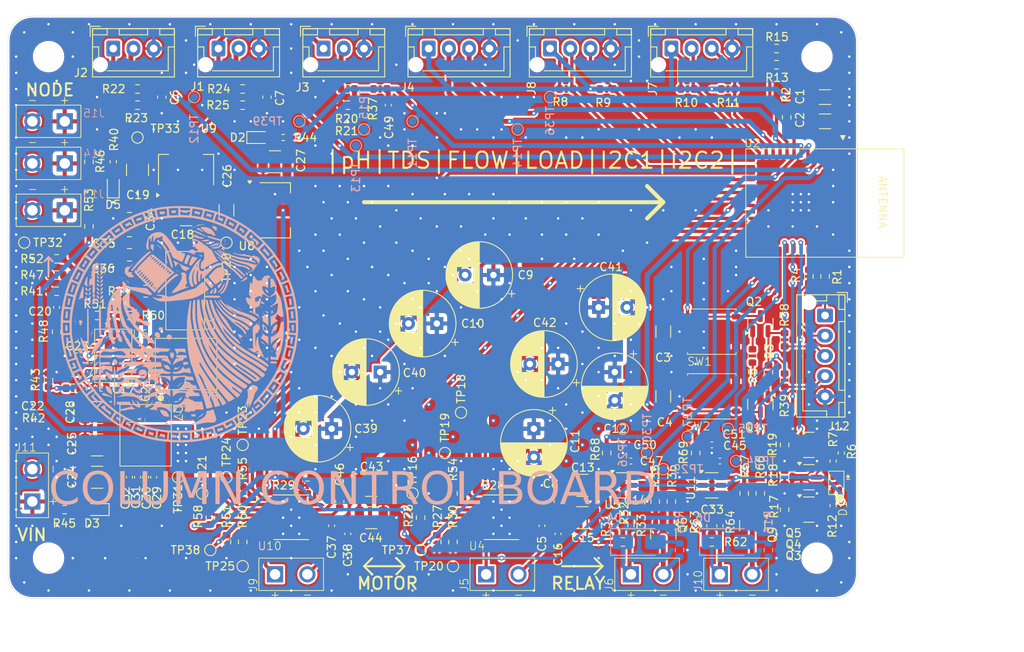
<source format=kicad_pcb>
(kicad_pcb (version 20240108) (generator "pcbnew") (generator_version "8.0")
  (layers (0 "F.Cu" signal) (1 "In1.Cu" signal) (2 "In2.Cu" signal) (31 "B.Cu" signal) (34 "B.Paste" user) (35 "F.Paste" user) (36 "B.SilkS" user "B.Silkscreen") (37 "F.SilkS" user "F.Silkscreen") (38 "B.Mask" user) (39 "F.Mask" user) (44 "Edge.Cuts" user))
  (net 0 "")
  (net 1 "GND")
  (net 2 "3V3")
  (net 3 "/Microcontroller/BOOT")
  (net 4 "/Microcontroller/ESP_EN")
  (net 5 "24V")
  (net 6 "/Ext Sensors/pH_OUT_3V3")
  (net 7 "/Ext Sensors/TDS_OUT_3V3")
  (net 8 "Net-(U4-CPH)")
  (net 9 "Net-(U4-CPL)")
  (net 10 "Net-(U5-+)")
  (net 11 "Net-(U5--)")
  (net 12 "6V5")
  (net 13 "Net-(C20-Pad1)")
  (net 14 "Net-(U6-SW)")
  (net 15 "Net-(U6-VCC)")
  (net 16 "Net-(U6-VDDA)")
  (net 17 "Net-(U10-CPH)")
  (net 18 "Net-(U10-CPL)")
  (net 19 "Net-(U11-+)")
  (net 20 "Net-(U11--)")
  (net 21 "/Ext Sensors/FLOW_OUT_3V3")
  (net 22 "Net-(D1-BK)")
  (net 23 "Net-(D1-GK)")
  (net 24 "Net-(D1-RK)")
  (net 25 "Net-(D2-A)")
  (net 26 "Net-(D3-A)")
  (net 27 "Net-(D5-A)")
  (net 28 "5V")
  (net 29 "/Ext Sensors/TDS_OUT")
  (net 30 "/Ext Sensors/pH_OUT")
  (net 31 "/Ext Sensors/FLOW_OUT")
  (net 32 "/Ext Sensors/LOAD.DT")
  (net 33 "/Ext Sensors/LOAD.SCK")
  (net 34 "Net-(D4-K)")
  (net 35 "/Microcontroller/I2C1.SDA")
  (net 36 "/Microcontroller/I2C1.SCL")
  (net 37 "/Microcontroller/I2C0.SDA")
  (net 38 "/Microcontroller/I2C0.SCL")
  (net 39 "Net-(D4-A)")
  (net 40 "/Power/ISENS_+")
  (net 41 "Net-(Q1-B)")
  (net 42 "Net-(Q2-B)")
  (net 43 "Net-(Q3-D)")
  (net 44 "/Microcontroller/RED")
  (net 45 "Net-(Q4-D)")
  (net 46 "/Microcontroller/BLUE")
  (net 47 "/Microcontroller/GREEN")
  (net 48 "Net-(Q5-D)")
  (net 49 "Net-(Q6-G)")
  (net 50 "/Power/HO")
  (net 51 "Net-(Q9-G)")
  (net 52 "/Microcontroller/UART0.RXD")
  (net 53 "/Microcontroller/UART0.TXD")
  (net 54 "/Microcontroller/VER0")
  (net 55 "Net-(R20-Pad2)")
  (net 56 "/Microcontroller/MOTOR_1.FAULT")
  (net 57 "Net-(U4-PMODE)")
  (net 58 "Net-(U4-IMODE)")
  (net 59 "Net-(R68-Pad2)")
  (net 60 "Net-(R69-Pad2)")
  (net 61 "Net-(U6-RT)")
  (net 62 "/Power/EN")
  (net 63 "Net-(U6-CNFG)")
  (net 64 "/Power/FB")
  (net 65 "Net-(U10-PMODE)")
  (net 66 "/Microcontroller/MOTOR_2.FAULT")
  (net 67 "Net-(U10-IMODE)")
  (net 68 "/Microcontroller/MOTOR_1.nSLEEP")
  (net 69 "/Microcontroller/MOTOR_2.nSLEEP")
  (net 71 "/Microcontroller/MOTOR_2.CURR")
  (net 74 "/Microcontroller/MOTOR_2.EN{slash}IN1")
  (net 76 "/Microcontroller/MOTOR_1.EN{slash}IN1")
  (net 77 "/Microcontroller/MOTOR_1.CURR")
  (net 85 "/Microcontroller/CP2104.RXD")
  (net 86 "/Microcontroller/CP2104.TXD")
  (net 87 "/Microcontroller/CP2104.DTR")
  (net 88 "/Microcontroller/CP2104.RTS")
  (net 89 "/Microcontroller/ESP.DTR")
  (net 90 "/Microcontroller/ESP.RTS")
  (net 91 "Net-(U6-LO)")
  (net 92 "Net-(U6-EXTCOMP)")
  (net 93 "Net-(U6-PFM{slash}SYNC)")
  (net 94 "Net-(U6-CBOOT)")
  (net 95 "Net-(U4-VCP)")
  (net 96 "Net-(U10-VCP)")
  (net 97 "V_NODE")
  (net 98 "Net-(U4-PH{slash}IN2)")
  (net 99 "Net-(U10-PH{slash}IN2)")
  (net 100 "/Relay Controller 2/CURR_OUT")
  (net 101 "/Relay Controller 1/CURR_OUT")
  (net 102 "/Motor Controller 1/MOTOR_-")
  (net 103 "/Motor Controller 1/MOTOR_+")
  (net 104 "/Relay Controller 2/RELAY_-")
  (net 105 "/Motor Controller 2/MOTOR_+")
  (net 106 "/Motor Controller 2/MOTOR_-")
  (net 107 "/Relay Controller 1/RELAY_-")
  (net 108 "Net-(D6-K)")
  (net 109 "/Relay Controller 2/RELAY_IN")
  (net 110 "Net-(D6-A)")
  (net 111 "/Relay Controller 1/RELAY_IN")
  (footprint "Capacitor_SMD:C_0805_2012Metric" (layer "F.Cu") (at 95 109 180)
    (property "Reference" "C36")
    (property "Value" "22uF")
  )
  (footprint "Resistor_SMD:R_0603_1608Metric" (layer "F.Cu") (at 181 110.175 -90)
    (property "Reference" "R1")
    (property "Value" "0R")
  )
  (footprint "TestPoint:TestPoint_Pad_D1.0mm" (layer "F.Cu") (at 134 132 90)
    (property "Reference" "TP19")
    (property "Value" "~")
  )
  (footprint "Resistor_SMD:R_0603_1608Metric" (layer "F.Cu") (at 160 138 90)
    (property "Reference" "R35")
    (property "Value" "10kR")
  )
  (footprint "TestPoint:TestPoint_Pad_D1.0mm" (layer "F.Cu") (at 107 106)
    (property "Reference" "TP28")
    (property "Value" "~")
  )
  (footprint "Resistor_SMD:R_0402_1005Metric" (layer "F.Cu") (at 182 133 90)
    (property "Reference" "R7")
    (property "Value" "330R")
  )
  (footprint "Capacitor_SMD:C_0603_1608Metric" (layer "F.Cu") (at 88 122 180)
    (property "Reference" "C22")
    (property "Value" "2.2uF")
  )
  (footprint "TestPoint:TestPoint_Pad_D1.0mm" (layer "F.Cu") (at 109 146 90)
    (property "Reference" "TP25")
    (property "Value" "~")
  )
  (footprint "Resistor_SMD:R_0603_1608Metric" (layer "F.Cu") (at 135 137 90)
    (property "Reference" "R54")
    (property "Value" "10kR")
  )
  (footprint "MountingHole:MountingHole_3.2mm_M3" (layer "F.Cu") (at 85 145)
    (property "Reference" "H3" (hide yes))
    (property "Value" "M3" (hide yes))
  )
  (footprint "Package_TO_SOT_SMD:SOT-23" (layer "F.Cu") (at 179 139)
    (property "Reference" "Q3")
    (property "Value" "DMN3404L")
  )
  (footprint "TestPoint:TestPoint_Pad_D1.0mm" (layer "F.Cu") (at 109 131 90)
    (property "Reference" "TP23")
    (property "Value" "~")
  )
  (footprint "DEMETER_LIB:SRP7050" (layer "F.Cu") (at 104.3 116.725 90)
    (property "Reference" "L1")
    (property "Value" "820nH")
  )
  (footprint "DEMETER_LIB:EAST1616RGBB2" (layer "F.Cu") (at 183.1375 137.05 90)
    (property "Reference" "D1")
    (property "Value" "EAST1616RGBB2")
  )
  (footprint "Resistor_SMD:R_0603_1608Metric" (layer "F.Cu") (at 172.02 120 90)
    (property "Reference" "R5")
    (property "Value" "10kR")
  )
  (footprint "Package_TO_SOT_SMD:SOT-23" (layer "F.Cu") (at 179 135)
    (property "Reference" "Q4")
    (property "Value" "DMN3404L")
  )
  (footprint "Resistor_SMD:R_0603_1608Metric" (layer "F.Cu") (at 167 143)
    (property "Reference" "R62")
    (property "Value" "500mR")
  )
  (footprint "Resistor_SMD:R_0603_1608Metric" (layer "F.Cu") (at 96 89 180)
    (property "Reference" "R23")
    (property "Value" "15kR")
  )
  (footprint "LED_SMD:LED_0603_1608Metric" (layer "F.Cu") (at 111 93)
    (property "Reference" "D2")
    (property "Value" "QTLP601CRTR")
  )
  (footprint "DEMETER_LIB:XT30" (layer "F.Cu") (at 166 149)
    (property "Reference" "J10")
    (property "Value" "XT30")
  )
  (footprint "Resistor_SMD:R_0402_1005Metric" (layer "F.Cu") (at 168 141 -90)
    (property "Reference" "R64")
    (property "Value" "2R")
  )
  (footprint "Capacitor_SMD:C_1206_3216Metric" (layer "F.Cu") (at 102 103 180)
    (property "Reference" "C18")
    (property "Value" "100nF")
  )
  (footprint "LED_SMD:LED_0603_1608Metric" (layer "F.Cu") (at 91 139 180)
    (property "Reference" "D3")
    (property "Value" "QTLP601CRTR")
  )
  (footprint "Resistor_SMD:R_0603_1608Metric" (layer "F.Cu") (at 90 104 -90)
    (property "Reference" "R53")
    (property "Value" "0R")
  )
  (footprint "Resistor_SMD:R_0603_1608Metric" (layer "F.Cu") (at 109 137 90)
    (property "Reference" "R55")
    (property "Value" "10kR")
  )
  (footprint "Capacitor_THT:CP_Radial_D8.0mm_P3.50mm" (layer "F.Cu") (at 126 122 180)
    (property "Reference" "C40")
    (property "Value" "47uF")
  )
  (footprint "Capacitor_SMD:C_1210_3225Metric" (layer "F.Cu") (at 124.9 136)
    (property "Reference" "C43")
    (property "Value" "10uF")
  )
  (footprint "Resistor_SMD:R_0402_1005Metric" (layer "F.Cu") (at 93 96 90)
    (property "Reference" "R40")
    (property "Value" "330R")
  )
  (footprint "Resistor_SMD:R_0603_1608Metric" (layer "F.Cu") (at 156 143)
    (property "Reference" "R31")
    (property "Value" "500mR")
  )
  (footprint "MountingHole:MountingHole_3.2mm_M3" (layer "F.Cu") (at 180 145 90)
    (property "Reference" "H1" (hide yes))
    (property "Value" "M3" (hide yes))
  )
  (footprint "TestPoint:TestPoint_Pad_D1.0mm" (layer "F.Cu") (at 96 93 180)
    (property "Reference" "TP33")
    (property "Value" "~")
  )
  (footprint "Resistor_SMD:R_0402_1005Metric" (layer "F.Cu") (at 166 141 -90)
    (property "Reference" "R63")
    (property "Value" "2R")
  )
  (footprint "LED_SMD:LED_0603_1608Metric" (layer "F.Cu") (at 93 98.98 90)
    (property "Reference" "D5")
    (property "Value" "QTLP601CRTR")
  )
  (footprint "TestPoint:TestPoint_Pad_D1.0mm" (layer "F.Cu") (at 82 106)
    (property "Reference" "TP32")
    (property "Value" "~")
  )
  (footprint "Resistor_SMD:R_0603_1608Metric" (layer "F.Cu") (at 131 140 90)
    (property "Reference" "R26")
    (property "Value" "10kR")
  )
  (footprint "Capacitor_THT:CP_Radial_D8.0mm_P3.50mm" (layer "F.Cu") (at 148 121 180)
    (property "Reference" "C42")
    (property "Value" "47uF")
  )
  (footprint "Resistor_SMD:R_0603_1608Metric" (layer "F.Cu") (at 171 137 90)
    (property "Reference" "R67")
    (property "Value" "10kR")
  )
  (footprint "Package_TO_SOT_SMD:SOT-223-3_TabPin2" (layer "F.Cu") (at 102 97 90)
    (property "Reference" "U9")
    (property "Value" "LD1117S50TR_SOT223")
  )
  (footprint "Capacitor_SMD:C_1206_3216Metric" (layer "F.Cu") (at 161 125 90)
    (property "Reference" "C4")
    (property "Value" "100nF")
  )
  (footprint "Package_TO_SOT_SMD:SOT-23" (layer "F.Cu") (at 173 116 90)
    (property "Reference" "Q2")
    (property "Value" "BC817-25LT1G")
  )
  (footprint "DEMETER_LIB:LM5148" (layer "F.Cu") (at 93 120)
    (property "Reference" "U6")
    (property "Value" "LM5148RGYR")
  )
  (footprint "Resistor_SMD:R_0603_1608Metric" (layer "F.Cu") (at 162 138 90)
    (property "Reference" "R36")
    (property "Value" "0R")
  )
  (footprint "Resistor_SMD:R_0603_1608Metric" (layer "F.Cu") (at 143 136 180)
    (property "Reference" "R28")
    (property "Value" "10kR")
  )
  (footprint "Resistor_SMD:R_0603_1608Metric" (layer "F.Cu") (at 96 87)
    (property "Reference" "R22")
    (property "Value" "10kR")
  )
  (footprint "Resistor_SMD:R_0603_1608Metric" (layer "F.Cu") (at 174 122 -90)
    (property "Reference" "R3")
    (property "Value" "10kR")
  )
  (footprint "Capacitor_SMD:C_1210_3225Metric" (layer "F.Cu") (at 113 96 180)
    (property "Reference" "C27")
    (property "Value" "10uF")
  )
  (footprint "Capacitor_SMD:C_0402_1005Metric" (layer "F.Cu") (at 127 89 -90)
    (property "Reference" "C49")
    (property "Value" "10nF")
  )
  (footprint "Capacitor_SMD:C_0402_1005Metric" (layer "F.Cu") (at 97 135 -90)
    (property "Reference" "C30")
    (property "Value" "100nF")
  )
  (footprint "DEMETER_LIB:PTS526SK15SMTR2 LFS" (layer "F.Cu") (at 167 125)
    (property "Reference" "SW2")
    (property "Value" "PTS526SK15SMTR2 LFS")
  )
  (footprint "TestPoint:TestPoint_Pad_D1.0mm" (layer "F.Cu") (at 105 144 90)
    (property "Reference" "TP38")
    (property "Value" "~")
  )
  (footprint "Capacitor_THT:CP_Radial_D8.0mm_P3.50mm" (layer "F.Cu") (at 155 122 -90)
    (property "Reference" "C12")
    (property "Value" "47uF")
  )
  (footprint "MountingHole:MountingHole_3.2mm_M3" (layer "F.Cu") (at 180 83)
    (property "Reference" "H2" (hide yes))
    (property "Value" "M3" (hide yes))
  )
  (footprint "DEMETER_LIB:XT30" (layer "F.Cu") (at 89 94.2 180)
    (property "Reference" "J14")
    (property "Value" "XT30")
  )
  (footprint "DEMETER_LIB:XT30" (layer "F.Cu") (at 155 149)
    (property "Reference" "J6")
    (property "Value" "XT30")
  )
  (footprint "Resistor_SMD:R_0805_2012Metric" (layer "F.Cu") (at 97 112 180)
    (property "Reference" "R49")
    (property "Value" "3mR")
  )
  (footprint "Resistor_SMD:R_0603_1608Metric" (layer "F.Cu") (at 95 115)
    (property "Reference" "R50")
    (property "Value" "71.5kR")
  )
  (footprint "Resistor_SMD:R_0603_1608Metric" (layer "F.Cu") (at 86 117 -90)
    (property "Reference" "R48")
    (property "Value" "7.5kR")
  )
  (footprint "Resistor_SMD:R_0603_1608Metric" (layer "F.Cu") (at 91 115)
    (property "Reference" "R51")
    (property "Value" "10kR")
  )
  (footprint "Capacitor_SMD:C_0402_1005Metric" (layer "F.Cu") (at 146 141 -90)
    (property "Reference" "C5")
    (property "Value" "100nF")
  )
  (footprint "TestPoint:TestPoint_Pad_D1.0mm" (layer "F.Cu") (at 131 144 90)
    (property "Reference" "TP37")
    (property "Value" "~")
  )
  (footprint "Resistor_SMD:R_0603_1608Metric" (layer "F.Cu") (at 109 143 -90)
    (property "Reference" "R60")
    (property "Value" "0R")
  )
  (footprint "Resistor_SMD:R_0603_1608Metric" (layer "F.Cu") (at 176 131 -90)
    (property "Reference" "R19")
    (property "Value" "10kR")
  )
  (footprint "Resistor_SMD:R_0603_1608Metric" (layer "F.Cu") (at 176 139 -90)
    (property "Reference" "R17")
    (property "Value" "10kR")
  )
  (footprint "Capacitor_SMD:C_0402_1005Metric" (layer "F.Cu") (at 96 135 -90)
    (property "Reference" "C31")
    (property "Value" "100nF")
  )
  (footprint "Capacitor_SMD:C_1206_3216Metric" (layer "F.Cu") (at 107 102 90)
    (property "Reference" "C26")
    (property "Value" "100nF")
  )
  (footprint "Resistor_SMD:R_0603_1608Metric" (layer "F.Cu") (at 86 110)
    (property "Reference" "R47")
    (property "Value" "41.2kR")
  )
  (footprint "Resistor_SMD:R_0603_1608Metric" (layer "F.Cu") (at 122 87)
    (property "Reference" "R20")
    (property "Value" "10kR")
  )
  (footprint "DEMETER_LIB:PTS526SK15SMTR2 LFS" (layer "F.Cu") (at 167 117 180)
    (property "Reference" "SW1")
    (property "Value" "PTS526SK15SMTR2 LFS")
  )
  (footprint "Resistor_SMD:R_0603_1608Metric" (layer "F.Cu") (at 105 140 90)
    (property "Reference" "R58")
    (property "Value" "10kR")
  )
  (footprint "Capacitor_SMD:C_1206_3216Metric" (layer "F.Cu") (at 161 117 -90)
    (property "Reference" "C3")
    (property "Value" "100nF")
  )
  (footprint "Capacitor_THT:CP_Radial_D8.0mm_P3.50mm" (layer "F.Cu") (at 140 110 180)
    (property "Reference" "C9")
    (property "Value" "47uF")
  )
  (footprint "Resistor_SMD:R_0603_1608Metric" (layer "F.Cu") (at 175 82)
    (property "Reference" "R15")
    (property "Value" "10kR")
  )
  (footprint "Capacitor_SMD:C_0402_1005Metric" (layer "F.Cu") (at 156 139)
    (property "Reference" "C14")
    (property "Value" "100nF")
  )
  (footprint "Resistor_SMD:R_0603_1608Metric" (layer "F.Cu") (at 126 87 180)
    (property "Reference" "R37")
    (property "Value" "10kR")
  )
  (footprint "Capacitor_SMD:C_0402_1005Metric" (layer "F.Cu") (at 120 141 -90)
    (property "Reference" "C37")
    (property "Value" "100nF")
  )
  (footprint "DEMETER_LIB:NVMFS6H858NL" (layer "F.Cu") (at 97 129.8 180)
    (property "Reference" "Q7")
    (property "Value" "NVMFS6H858NLT1G")
  )
  (footprint "Capacitor_SMD:C_1210_3225Metric" (layer "F.Cu") (at 91 131 180)
    (property "Reference" "C25")
    (property "Value" "4.7uF")
  )
  (footprint "Resistor_SMD:R_0603_1608Metric" (layer "F.Cu") (at 90 96 90)
    (property "Reference" "R46")
    (property "Value" "0R")
  )
  (footprint "TestPoint:TestPoint_Pad_D1.0mm" (layer "F.Cu") (at 104 137 90)
    (property "Reference" "TP21")
    (property "Value" "~")
  )
  (footprint "Resistor_SMD:R_0402_1005Metric" (layer "F.Cu") (at 157 141 -90)
    (property "Reference" "R33")
    (property "Value" "2R")
  )
  (footprint "TestPoint:TestPoint_Pad_D1.0mm" (layer "F.Cu") (at 136 127 90)
    (property "Reference" "TP18")
    (property "Value" "~")
  )
  (footprint "Capacitor_SMD:C_1210_3225Metric" (layer "F.Cu") (at 124.9 140)
    (property "Reference" "C44")
    (property "Value" "10uF")
  )
  (footprint "Resistor_SMD:R_0603_1608Metric" (layer "F.Cu") (at 87 139 180)
    (property "Reference" "R45")
    (property "Value" "4.7kR")
  )
  (footprint "Resistor_SMD:R_0603_1608Metric" (layer "F.Cu") (at 176 135 -90)
    (property "Reference" "R18")
    (property "Value" "10kR")
  )
  (footprint "Capacitor_THT:CP_Radial_D8.0mm_P3.50mm" (layer "F.Cu") (at 145 129 -90)
    (property "Reference" "C11")
    (property "Value" "47uF")
  )
  (footprint "Resistor_SMD:R_0603_1608Metric" (layer "F.Cu") (at 169 87)
    (property "Reference" "R11")
    (property "Value" "10kR")
  )
  (footprint "Connector_JST:JST_XH_B3B-XH-AM_1x03_P2.50mm_Vertical" (layer "F.Cu") (at 119 82)
    (property "Reference" "J3")
    (property "Value" "B3B-XH-AM")
  )
  (footprint "DEMETER_LIB:NVMFS6H858NL" (layer "F.Cu") (at 102 121 -90)
    (property "Reference" "Q8")
    (property "Value" "NVMFS6H858NLT1G")
  )
  (footprint "Resistor_SMD:R_0603_1608Metric" (layer "F.Cu") (at 133 143 -90)
    (property "Reference" "R27")
    (property "Value" "1.43kR")
  )
  (footprint "Capacitor_SMD:C_0603_1608Metric" (layer "F.Cu") (at 112 88 -90)
    (property "Reference" "C7")
    (property "Value" "100nF")
  )
  (footprint "DEMETER_LIB:XT30" (layer "F.Cu") (at 137.1 149)
    (property "Reference" "J5")
    (property "Value" "XT30")
  )
  (footprint "Connector_JST:JST_XH_B5B-XH-AM_1x05_P2.50mm_Vertical" (layer "F.Cu") (at 181 115 -90)
    (property "Reference" "J12")
    (property "Value" "B5B-XH-AM")
  )
  (footprint "Capacitor_SMD:C_0402_1005Metric" (layer "F.Cu") (at 168 133 180)
    (property "Reference" "C45")
    (property "Value" "100nF")
  )
  (footprint "Resistor_SMD:R_0603_1608Metric" (layer "F.Cu") (at 135 143 -90)
    (property "Reference" "R30")
    (property "Value" "0R")
  )
  (footprint "Capacitor_SMD:C_1206_3216Metric" (layer "F.Cu") (at 181 91)
    (property "Reference" "C2")
    (property "Value" "100nF")
  )
  (footprint "Resistor_SMD:R_0402_1005Metric" (layer "F.Cu") (at 182 138.51 -90)
    (property "Reference" "R12")
    (property "Value" "330R")
  )
  (footprint "Capacitor_SMD:C_0402_1005Metric" (layer "F.Cu") (at 157 133 180)
    (property "Reference" "C47")
    (property "Value" "100nF")
  )
  (footprint "Resistor_SMD:R_0603_1608Metric" (layer "F.Cu") (at 176 118 -90)
    (property "Reference" "R38")
    (property "Value" "0R")
  )
  (footprint "Capacitor_SMD:C_0603_1608Metric" (layer "F.Cu") (at 99 88 -90)
    (property "Reference" "C6")
    (property "Value" "100nF")
  )
  (footprint "Capacitor_THT:CP_Radial_D8.0mm_P3.50mm" (layer "F.Cu") (at 120 129 180)
    (property "Reference" "C39")
    (property "Value" "47uF")
  )
  (footprint "Connector_JST:JST_XH_B3B-XH-AM_1x03_P2.50mm_Vertical" (layer "F.Cu") (at 106 82)
    (property "Reference" "J1")
    (property "Value" "B3B-XH-AM")
  )
  (footprint "Capacitor_SMD:C_1210_3225Metric" (layer "F.Cu") (at 96 97 -90)
    (property "Reference" "C19")
    (property "Value" "10uF")
  )
  (footprint "Resistor_SMD:R_0603_1608Metric" (layer "F.Cu") (at 88 124)
    (property "Reference" "R42")
    (property "Value" "470kR")
  )
  (footprint "Resistor_SMD:R_0603_1608Metric" (layer "F.Cu") (at 179 110.175 -90)
    (property "Reference" "R4")
    (property "Value" "0R")
  )
  (footprint "Capacitor_SMD:C_0603_1608Metric" (layer "F.Cu") (at 147 138 -90)
    (property "Reference" "C8")
    (property "Value" "22nF")
  )
  (footprint "Capacitor_THT:CP_Radial_D8.0mm_P3.50mm" (layer "F.Cu") (at 153 114)
    (property "Reference" "C41")
    (property "Value" "47uF")
  )
  (footprint "Capacitor_SMD:C_0402_1005Metric" (layer "F.Cu") (at 88.48 120 180)
    (property "Reference" "C23")
    (property "Value" "100nF")
  )
  (footprint "Capacitor_SMD:C_0402_1005Metric" (layer "F.Cu") (at 95 135 -90)
    (property "Reference" "C32")
    (property "Value" "100nF")
  )
  (footprint "Capacitor_SMD:C_0402_1005Metric" (layer "F.Cu") (at 148 142 -90)
    (property "Reference" "C16")
    (property "Value" "100nF")
  )
  (footprint "Package_TO_SOT_SMD:SOT-223-3_TabPin2" (layer "F.Cu") (at 113 102)
    (property "Reference" "U8")
    (property "Value" "LD1117S33TR_SOT223")
  )
  (footprint "Resistor_SMD:R_0603_1608Metric" (layer "F.Cu") (at 154 87)
    (property "Reference" "R9")
    (property "Value" "10kR")
  )
  (footprint "Package_TO_SOT_SMD:SOT-23" (layer "F.Cu") (at 179 131)
    (property "Reference" "Q5")
    (property "Value" "DMN3404L")
  )
  (footprint "Resistor_SMD:R_0603_1608Metric" (layer "F.Cu") (at 164 87)
    (property "Reference" "R10")
    (property "Value" "10kR")
  )
  (footprint "Resistor_SMD:R_0603_1608Metric" (layer "F.Cu") (at 173 137 90)
    (property "Reference" "R66")
    (property "Value" "0R")
  )
  (footprint "Capacitor_SMD:C_0805_2012Metric" (layer "F.Cu") (at 95 106 180)
    (property "Reference" "C35")
    (property "Value" "22uF")
  )
  (footprint "Capacitor_SMD:C_0402_1005Metric" (layer "F.Cu") (at 97 122 -90)
    (property "Reference" "C21")
    (property "Value" "100nF")
  )
  (footprint "Capacitor_SMD:C_0805_2012Metric" (layer "F.Cu") (at 95 103 180)
    (property "Reference" "C34")
    (property "Value" "22uF")
  )
  (footprint "Resistor_SMD:R_0603_1608Metric" (layer "F.Cu") (at 117 136 180)
    (property "Reference" "R29")
    (property "Value" "10kR")
  )
  (footprint "DEMETER_LIB:DRV8874" (layer "F.Cu") (at 137.05 142.7)
    (property "Reference" "U4")
    (property "Value" "DRV8874PWPR")
  )
  (footprint "Connector_JST:JST_XH_B4B-XH-AM_1x04_P2.50mm_Vertical" (layer "F.Cu") (at 162 82)
    (property "Reference" "J7")
    (property "Value" "B4B-XH-AM")
  )
  (footprint "Resistor_SMD:R_0402_1005Metric" (layer "F.Cu") (at 114 93)
    (property "Reference" "R44")
    (property "Value" "330R")
  )
  (footprint "Resistor_SMD:R_0603_1608Metric" (layer "F.Cu") (at 109 87)
    (property "Reference" "R24")
    (property "Value" "10kR")
  )
  (footprint "Package_TO_SOT_SMD:SOT-23" (layer "F.Cu") (at 172 141 -90)
    (property "Reference" "Q9")
    (property "Value" "DMN3404L")
  )
  (footprint "Capacitor_SMD:C_1210_3225Metric" (layer "F.Cu") (at 151 140)
    (property "Reference" "C15")
    (property "Value" "10uF")
  )
  (footprint "TestPoint:TestPoint_Pad_D1.0mm" (layer "F.Cu") (at 107 135 90)
    (property "Reference" "TP24")
    (property "Value" "~")
  )
  (footprint "Resistor_SMD:R_0402_1005Metric" (layer "F.Cu") (at 155 141 -90)
    (property "Reference" "R32")
    (property "Value" "2R")
  )
  (footprint "Connector_JST:JST_XH_B4B-XH-AM_1x04_P2.50mm_Vertical" (layer "F.Cu") (at 147 82)
    (property "Reference" "J8")
    (property "Value" "B4B-XH-AM")
  )
  (footprint "Capacitor_SMD:C_1210_3225Metric" (layer "F.Cu") (at 91 127 180)
    (property "Reference" "C28")
    (property "Value" "4.7uF")
  )
  (footprint "Package_TO_SOT_SMD:SOT-23-6" (layer "F.Cu") (at 156 136)
    (property "Reference" "U5")
    (property "Value" "INA181A2")
  )
  (footprint "DEMETER_LIB:DRV8874" (layer "F.Cu") (at 111.05 142.7)
    (property "Reference" "U10")
    (property "Value" "DRV8874PWPR")
  )
  (footprint "Capacitor_SMD:C_1210_3225Metric" (layer "F.Cu") (at 151 136)
    (property "Reference" "C13")
    (property "Value" "10uF")
  )
  (footprint "MountingHole:MountingHole_3.2mm_M3" (layer "F.Cu") (at 85 83)
    (property "Reference" "H4" (hide yes))
    (property "Value" "M3" (hide yes))
  )
  (footprint "Resistor_SMD:R_0603_1608Metric" (layer "F.Cu") (at 176.25 90.5 -90)
    (property "Reference" "R2")
    (property "Value" "10kR")
  )
  (footprint "Resistor_SMD:R_0603_1608Metric" (layer "F.Cu") (at 165 132 -90)
    (property "Reference" "R69")
    (property "Value" "10kR")
  )
  (footprint "Resistor_SMD:R_0402_1005Metric" (layer "F.Cu") (at 183 132 90)
    (property "Reference" "R6")
    (property "Value" "330R")
  )
  (footprint "Package_TO_SOT_SMD:SOT-23" (layer "F.Cu") (at 173 126 -90)
    (property "Reference" "Q1")
    (property "Value" "BC817-25LT1G")
  )
  (footprint "Package_TO_SOT_SMD:SOT-23-6" (layer "F.Cu") (at 167 136)
    (property "Reference" "U11")
    (property "Value" "INA181A2")
  )
  (footprint "Resistor_SMD:R_0603_1608Metric" (layer "F.Cu") (at 176 123 -90)
    (property "Reference" "R39")
    (property "Value" "0R")
  )
  (footprint "Capacitor_SMD:C_0402_1005Metric" (layer "F.Cu") (at 167 139)
    (property "Reference" "C33")
    (property "Value" "100nF")
  )
  (footprint "Capacitor_SMD:C_0402_1005Metric" (layer "F.Cu") (at 98 135 -90)
    (property "Reference" "C29")
    (property "Value" "100nF")
  )
  (footprint "TestPoint:TestPoint_Pad_D1.0mm" (layer "F.Cu") (at 130 137 90)
    (property "Reference" "TP16")
    (property "Value" "~")
  )
  (footprint "Resistor_SMD:R_0603_1608Metric" (layer "F.Cu") (at 149 87)
    (property "Reference" "R8")
    (property "Value" "10kR")
  )
  (footprint "Resistor_SMD:R_0603_1608Metric" (layer "F.Cu") (at 175 84 180)
    (property "Reference" "R13")
    (property "Value" "10kR")
  )
  (footprint "DEMETER_LIB:XT30" (layer "F.Cu") (at 85 140 90)
    (property "Reference" "J11")
    (property "Value" "XT30")
  )
  (footprint "Connector_JST:JST_XH_B3B-XH-AM_1x03_P2.50mm_Vertical" (layer "F.Cu") (at 93 82)
    (property "Reference" "J2")
    (property "Value" "B3B-XH-AM")
  )
  (footprint "DEMETER_LIB:XT30" (layer "F.Cu") (at 111 149)
    (property "Reference" "J9")
    (property "Value" "XT30")
  )
  (footprint "Resistor_SMD:R_0603_1608Metric" (layer "F.Cu") (at 154 132 -90)
    (property "Reference" "R68")
    (property "Value" "10kR")
  )
  (footprint "TestPoint:TestPoint_Pad_D1.0mm" (layer "F.Cu") (at 101 135)
    (property "Reference" "TP31")
    (property "Value" "~")
  )
  (footprint "Resistor_SMD:R_0603_1608Metric" (layer "F.Cu") (at 107 143 -90)
    (property "Reference" "R61")
    (property "Value" "1.43kR")
  )
  (footprint "DEMETER_LIB:XT30" (layer "F.Cu") (at 89 89 180)
    (property "Reference" "J15")
    (property "Value" "XT30")
  )
  (footprint "Resistor_SMD:R_0603_1608Metric" (layer "F.Cu") (at 86 108)
    (property "Reference" "R52")
    (property "Value" "0R")
  )
  (footprint "DEMETER_LIB:XT30" (layer "F.Cu") (at 89 100 180)
    (property "Reference" "J13")
    (property "Value" "XT30")
  )
  (footprint "Capacitor_SMD:C_0603_1608Metric" (layer "F.Cu") (at 121 138 -90)
    (property "Reference" "C46")
    (property "Value" "22nF")
  )
  (footprint "Resistor_SMD:R_0603_1608Metric" (layer "F.Cu") (at 86 112)
    (property "Reference" "R41")
    (property "Value" "10kR")
  )
  (footprint "Capacitor_SMD:C_0402_1005Metric" (layer "F.Cu") (at 91.52 124 180)
    (property "Reference" "C17")
    (property "Value" "100nF")
  )
  (footprint "Capacitor_SMD:C_0402_1005Metric" (layer "F.Cu") (at 122 142 -90)
    (property "Reference" "C38")
    (property "Value" "100nF")
  )
  (footprint "Connector_JST:JST_XH_B4B-XH-AM_1x04_P2.50mm_Vertical" (layer "F.Cu") (at 132 82)
    (property "Reference" "J4")
    (property "Value" "B4B-XH-AM")
  )
  (footprint "Resistor_SMD:R_0603_1608Metric" (layer "F.Cu") (at 122 89 180)
    (property "Reference" "R21")
    (property "Value" "15kR")
  )
  (footprint "DEMETER_LIB:ESP32-MINI-1" (layer "F.Cu") (at 178 101 -90)
    (property "Reference" "U2")
    (property "Value" "ESP32-MINI-1")
  )
  (footprint "Capacitor_SMD:C_0402_1005Metric" (layer "F.Cu") (at 167 131)
    (property "Reference" "C51")
    (property "Value" "10nF")
  )
  (footprint "TestPoint:TestPoint_Pad_D1.0mm" (layer "F.Cu") (at 135 146 90)
    (property "Reference" "TP20")
    (property "Value" "~")
  )
  (footprint "Capacitor_SMD:C_1210_3225Metric" (layer "F.Cu") (at 91 135 180)
    (property "Reference" "C24")
    (property "Value" "4.7uF")
  )
  (footprint "Capacitor_SMD:C_0402_1005Metric" (layer "F.Cu") (at 156 131)
    (property "Reference" "C50")
    (property "Value" "10nF")
  )
  (footprint "Capacitor_THT:CP_Radial_D8.0mm_P3.50mm" (layer "F.Cu") (at 133 116 180)
    (property "Reference" "C10")
    (property "Value" "47uF")
  )
  (footprint "Capacitor_SMD:C_1206_3216Metric" (layer "F.Cu") (at 181 88)
    (property "Reference" "C1")
    (property "Value" "1uF")
  )
  (footprint "Resistor_SMD:R_0603_1608Metric" (layer "F.Cu") (at 109 89 180)
    (property "Reference" "R25")
    (property "Value" "15kR")
  )
  (footprint "Resistor_SMD:R_0603_1608Metric" (layer "F.Cu") (at 85 123 -90)
    (property "Reference" "R43")
    (property "Value" "20.5kR")
  )
  (footprint "Package_TO_SOT_SMD:SOT-23" (layer "F.Cu") (at 161 142 -90)
    (property "Reference" "Q6")
    (property "Value" "DMN3404L")
  )
  (footprint "Capacitor_SMD:C_0402_1005Metric" (layer "F.Cu") (at 86 114 90)
    (property "Reference" "C20")
    (property "Value" "3.3nF")
  )
  (footprint "TestPoint:TestPoint_Pad_D1.0mm" (layer "B.Cu") (at 123 94 -90)
    (property "Reference" "TP13")
    (property "Value" "~")
  )
  (footprint "Diode_SMD:D_SMA" (layer "B.Cu") (at 158 143)
    (property "Reference" "D4")
    (property "Value" "S1A-13-F")
  )
  (footprint "Diode_SMD:D_SMA" (layer "B.Cu") (at 169 143)
    (property "Reference" "D6")
    (property "Value" "S1A-13-F")
  )
  (footprint "TestPoint:TestPoint_Pad_D1.0mm" (layer "B.Cu") (at 130 91 -90)
    (property "Reference" "TP11")
    (property "Value" "~")
  )
  (footprint "TestPoint:TestPoint_Pad_D1.0mm" (layer "B.Cu") (at 116 91 180)
    (property "Reference" "TP39")
    (property "Value" "~")
  )
  (footprint "TestPoint:TestPoint_Pad_D1.0mm" (layer "B.Cu") (at 164 130)
    (property "Reference" "TP27")
    (property "Value" "~")
  )
  (footprint "TestPoint:TestPoint_Pad_D1.0mm" (layer "B.Cu") (at 169 129)
    (property "Reference" "TP35")
    (property "Value" "~")
  )
  (footprint "TestPoint:TestPoint_Pad_D1.0mm" (layer "B.Cu") (at 143 92 -90)
    (property "Reference" "TP14")
    (property "Value" "~")
  )
  (footprint "TestPoint:TestPoint_Pad_D1.0mm" (layer "B.Cu") (at 161 134 90)
    (property "Reference" "TP29")
    (property "Value" "~")
  )
  (footprint "TestPoint:TestPoint_Pad_D1.0mm" (layer "B.Cu") (at 124 92 -90)
    (property "Reference" "TP15")
    (property "Value" "~")
  )
  (footprint "TestPoint:TestPoint_Pad_D1.0mm" (layer "B.Cu") (at 156 129 90)
    (property "Reference" "TP26")
    (property "Value" "~")
  )
  (footprint "TestPoint:TestPoint_Pad_D1.0mm" (layer "B.Cu") (at 159 132 90)
    (property "Reference" "TP30")
    (property "Value" "~")
  )
  (footprint "TestPoint:TestPoint_Pad_D1.0mm" (layer "B.Cu") (at 147 88 -90)
    (property "Reference" "TP36")
    (property "Value" "~")
  )
  (footprint "Resistor_SMD:R_0603_1608Metric" (layer "B.Cu") (at 174 144 -90)
    (property "Reference" "R16")
    (property "Value" "0R")
  )
  (footprint "Resistor_SMD:R_0603_1608Metric" (layer "B.Cu") (at 163 144 -90)
    (property "Reference" "R14")
    (property "Value" "0R")
  )
  (footprint "LOGO" (layer "B.Cu") (at 101 116 180)
    (property "Reference" "G***" (hide yes))
    (property "Value" "LOGO" (hide yes))
  )
  (footprint "TestPoint:TestPoint_Pad_D1.0mm" (layer "B.Cu") (at 103 88 -90)
    (property "Reference" "TP12")
    (property "Value" "~")
  )
  (footprint "TestPoint:TestPoint_Pad_D1.0mm" (layer "B.Cu") (at 170 133)
    (property "Reference" "TP34")
    (property "Value" "~")
  )
  (gr_line (start 84.5 108.3) (end 85 107.8) (stroke (width 0.25)) (layer "B.SilkS"))
  (gr_line (start 85 107.8) (end 85 110.2) (stroke (width 0.25)) (layer "B.SilkS"))
  (gr_line (start 85.5 108.3) (end 85 107.8) (stroke (width 0.25)) (layer "B.SilkS"))
  (gr_line (start 129 146) (end 128 145) (stroke (width 0.25)) (layer "F.SilkS"))
  (gr_line (start 124 146) (end 125 145) (stroke (width 0.25)) (layer "F.SilkS"))
  (gr_line (start 153.5 146) (end 152.5 147) (stroke (width 0.25)) (layer "F.SilkS"))
  (gr_line (start 96 145) (end 96 145) (stroke (width 0.1)) (layer "F.SilkS"))
  (gr_line (start 161 101) (end 159 103) (stroke (width 0.5)) (layer "F.SilkS"))
  (gr_line (start 148.5 146) (end 153.5 146) (stroke (width 0.25)) (layer "F.SilkS"))
  (gr_line (start 152.5 145) (end 153.5 146) (stroke (width 0.25)) (layer "F.SilkS"))
  (gr_line (start 129 146) (end 128 147) (stroke (width 0.25)) (layer "F.SilkS"))
  (gr_line (start 124 101) (end 161 101) (stroke (width 0.5)) (layer "F.SilkS"))
  (gr_line (start 124 146) (end 125 147) (stroke (width 0.25)) (layer "F.SilkS"))
  (gr_line (start 124 146) (end 129 146) (stroke (width 0.25)) (layer "F.SilkS"))
  (gr_line (start 161 101) (end 159 99) (stroke (width 0.5)) (layer "F.SilkS"))
  (gr_line (start 182 78) (end 83 78) (stroke (width 0.05)) (layer "Edge.Cuts"))
  (gr_line (start 80 81) (end 80 147) (stroke (width 0.05)) (layer "Edge.Cuts"))
  (gr_line (start 185 147) (end 185 81) (stroke (width 0.05)) (layer "Edge.Cuts"))
  (gr_arc (start 83 150) (mid 80.87868 149.12132) (end 80 147) (stroke (width 0.05)) (layer "Edge.Cuts"))
  (gr_arc (start 182 78) (mid 184.12132 78.87868) (end 185 81) (stroke (width 0.05)) (layer "Edge.Cuts"))
  (gr_arc (start 80 81) (mid 80.87868 78.87868) (end 83 78) (stroke (width 0.05)) (layer "Edge.Cuts"))
  (gr_arc (start 185 147) (mid 184.12132 149.12132) (end 182 150) (stroke (width 0.05)) (layer "Edge.Cuts"))
  (gr_line (start 83 150) (end 182 150) (stroke (width 0.05)) (layer "Edge.Cuts"))
  (gr_text "COLUMN CONTROL BOARD " (at 85 139 0) (layer "B.SilkS") (effects (font (size 4 4) (thickness 0.1)) (justify left bottom)))
  (gr_text "NODE\n" (at 82 88 0) (layer "F.SilkS") (effects (font (size 1.5 1.5) (thickness 0.25) (bold yes)) (justify left bottom)))
  (gr_text "RELAY\n" (at 147 149 0) (layer "F.SilkS") (effects (font (size 1.5 1.5) (thickness 0.25) (bold yes)) (justify left bottom)))
  (gr_text "VIN\n" (at 81 143 0) (layer "F.SilkS") (effects (font (size 1.5 1.5) (thickness 0.25) (bold yes)) (justify left bottom)))
  (gr_text "|pH|TDS|FLOW|LOAD|I2C1|I2C2|" (at 119 97 0) (layer "F.SilkS") (effects (font (size 2 2) (thickness 0.25)) (justify left bottom)))
  (gr_text "MOTOR" (at 123 149 0) (layer "F.SilkS") (effects (font (size 1.5 1.5) (thickness 0.25) (bold yes)) (justify left bottom)))
  (segment (start 88 127) (end 88 126) (width 0.2) (layer "F.Cu") (net 1))
  (segment (start 88 120) (end 87 120) (width 0.2) (layer "F.Cu") (net 1))
  (segment (start 108.9 99.7) (end 108.075 100.525) (width 0.6) (layer "F.Cu") (net 1))
  (segment (start 107 99) (end 107 100.525) (width 0.6) (layer "F.Cu") (net 1))
  (segment (start 160.05 138.875) (end 160 138.825) (width 0.5) (layer "F.Cu") (net 1))
  (segment (start 110.2125 93) (end 110.2125 96) (width 0.5) (layer "F.Cu") (net 1))
  (segment (start 89.525 135) (end 88 135) (width 0.2) (layer "F.Cu") (net 1))
  (segment (start 98.025 98.475) (end 99.7 100.15) (width 0.6) (layer "F.Cu") (net 1))
  (segment (start 95.7675 99.7675) (end 96 100) (width 0.6) (layer "F.Cu") (net 1))
  (segment (start 88 135) (end 88 136) (width 0.2) (layer "F.Cu") (net 1))
  (segment (start 160.05 141.0625) (end 160.05 138.875) (width 0.6) (layer "F.Cu") (net 1))
  (segment (start 99 88.775) (end 99 90) (width 0.2) (layer "F.Cu") (net 1))
  (segment (start 99.7 100.15) (end 100.525 100.975) (width 0.6) (layer "F.Cu") (net 1))
  (segment (start 109.85 99.7) (end 108.9 99.7) (width 0.6) (layer "F.Cu") (net 1))
  (segment (start 96 98.475) (end 96 100) (width 0.6) (layer "F.Cu") (net 1))
  (segment (start 88 130) (end 88 132) (width 0.2) (layer "F.Cu") (net 1))
  (segment (start 91.04 124) (end 90 124) (width 0.2) (layer "F.Cu") (net 1))
  (segment (start 99 103) (end 100.525 103) (width 0.6) (layer "F.Cu") (net 1))
  (segment (start 88 134) (end 88 135) (width 0.2) (layer "F.Cu") (net 1))
  (segment (start 171.05 137.875) (end 171 137.825) (width 0.5) (layer "F.Cu") (net 1))
  (segment (start 96 135.48) (end 96 137) (width 0.2) (layer "F.Cu") (net 1))
  (segment (start 94.05 106) (end 93 106) (width 0.2) (layer "F.Cu") (net 1))
  (segment (start 97 135.48) (end 97 137) (width 0.2) (layer "F.Cu") (net 1))
  (segment (start 100.525 100.975) (end 100.525 103) (width 0.6) (layer "F.Cu") (net 1))
  (segment (start 126.375 140) (end 128 140) (width 0.2) (layer "F.Cu") (net 1))
  (segment (start 126.375 136) (end 128 136) (width 0.2) (layer "F.Cu") (net 1))
  (segment (start 99 117) (end 99.47 117.47) (width 0.2) (layer "F.Cu") (net 1))
  (segment (start 99.47 117.47) (end 99.47 121.635) (width 0.2) (layer "F.Cu") (net 1))
  (segment (start 110.2125 96) (end 111.525 96) (width 0.5) (layer "F.Cu") (net 1))
  (segment (start 127 89.48) (end 127 91) (width 0.2) (layer "F.Cu") (net 1))
  (segment (start 112 88.775) (end 112 90) (width 0.2) (layer "F.Cu") (net 1))
  (segment (start 158 131) (end 156.48 131) (width 0.2) (layer "F.Cu") (net 1))
  (segment (start 96 98.475) (end 98.025 98.475) (width 0.6) (layer "F.Cu") (net 1))
  (segment (start 108.075 100.525) (end 107 100.525) (width 0.6) (layer "F.Cu") (net 1))
  (segment (start 148 142.48) (end 148 143.5) (width 0.2) (layer "F.Cu") (net 1))
  (segment (start 88 127) (end 88 128) (width 0.2) (layer "F.Cu") (net 1))
  (segment (start 122 144) (end 122 142.48) (width 0.2) (layer "F.Cu") (net 1))
  (segment (start 94.05 109) (end 93 109) (width 0.2) (layer "F.Cu") (net 1))
  (segment (start 171.05 140.0625) (end 171.05 137.875) (width 0.6) (layer "F.Cu") (net 1))
  (segment (start 87.225 122) (end 86 122) (width 0.2) (layer "F.Cu") (net 1))
  (segment (start 89.025 127) (end 88 127) (width 0.2) (layer "F.Cu") (net 1))
  (segment (start 95 135.48) (end 95 137) (width 0.2) (layer "F.Cu") (net 1))
  (segment (start 93 99.7675) (end 95.7675 99.7675) (width 0.6) (layer "F.Cu") (net 1))
  (segment (start 89.525 131) (end 88 131) (width 0.2) (layer "F.Cu") (net 1))
  (segment (start 98 135.48) (end 98 137) (width 0.2) (layer "F.Cu") (net 1))
  (segment (start 94.05 103) (end 93 103) (width 0.2) (layer "F.Cu") (net 1))
  (via (at 177 129) (size 0.6) (drill 0.3) (layers "F.Cu" "B.Cu") (net 1))
  (via (at 142 138) (size 0.6) (drill 0.3) (layers "F.Cu" "B.Cu") (net 1))
  (via (at 177 100) (size 0.6) (drill 0.3) (layers "F.Cu" "B.Cu") (net 1))
  (via (at 81 133) (size 0.6) (drill 0.3) (layers "F.Cu" "B.Cu") (net 1))
  (via (at 114 138) (size 0.6) (drill 0.3) (layers "F.Cu" "B.Cu") (net 1))
  (via (at 156 132) (size 0.6) (drill 0.3) (layers "F.Cu" "B.Cu") (net 1))
  (via (at 135 130) (size 0.6) (drill 0.3) (layers "F.Cu" "B.Cu") (net 1))
  (via (at 113 136) (size 0.6) (drill 0.3) (layers "F.Cu" "B.Cu") (net 1))
  (via (at 153 134) (size 0.6) (drill 0.3) (layers "F.Cu" "B.Cu") (net 1))
  (via (at 83 124) (size 0.6) (drill 0.3) (layers "F.Cu" "B.Cu") (net 1))
  (via (at 86 135) (size 0.6) (drill 0.3) (layers "F.Cu" "B.Cu") (net 1))
  (via (at 130 113) (size 0.6) (drill 0.3) (layers "F.Cu" "B.Cu") (net 1))
  (via (at 145 88) (size 0.6) (drill 0.3) (layers "F.Cu" "B.Cu") (net 1))
  (via (at 108 91) (size 0.6) (drill 0.3) (layers "F.Cu" "B.Cu") (net 1))
  (via (at 124 113) (size 0.6) (drill 0.3) (layers "F.Cu" "B.Cu") (net 1))
  (via (at 108 109) (size 0.6) (drill 0.3) (layers "F.Cu" "B.Cu") (net 1))
  (via (at 114 142) (size 0.6) (drill 0.3) (layers "F.Cu" "B.Cu") (net 1))
  (via (at 127 94) (size 0.6) (drill 0.3) (layers "F.Cu" "B.Cu") (net 1))
  (via (at 118 99) (size 0.6) (drill 0.3) (layers "F.Cu" "B.Cu") (net 1))
  (via (at 119 101) (size 0.6) (drill 0.3) (layers "F.Cu" "B.Cu") (net 1))
  (via (at 141 88) (size 0.6) (drill 0.3) (layers "F.Cu" "B.Cu") (net 1))
  (via (at 131 103) (size 0.6) (drill 0.3) (layers "F.Cu" "B.Cu") (net 1))
  (via (at 157 112) (size 0.6) (drill 0.3) (layers "F.Cu" "B.Cu") (net 1))
  (via (at 120 125) (size 0.6) (drill 0.3) (layers "F.Cu" "B.Cu") (net 1))
  (via (at 81 103) (size 0.6) (drill 0.3) (layers "F.Cu" "B.Cu") (net 1))
  (via (at 129 134) (size 0.6) (drill 0.3) (layers "F.Cu" "B.Cu") (net 1))
  (via (at 93 103) (size 0.6) (drill 0.3) (layers "F.Cu" "B.Cu") (net 1))
  (via (at 184 113) (size 0.6) (drill 0.3) (layers "F.Cu" "B.Cu") (net 1))
  (via (at 182 129) (size 0.6) (drill 0.3) (layers "F.Cu" "B.Cu") (net 1))
  (via (at 115 145) (size 0.6) (drill 0.3) (layers "F.Cu" "B.Cu") (net 1))
  (via (at 81 95) (size 0.6) (drill 0.3) (layers "F.Cu" "B.Cu") (net 1))
  (via (at 124 119) (size 0.6) (drill 0.3) (layers "F.Cu" "B.Cu") (net 1))
  (via (at 140 138) (size 0.6) (drill 0.3) (layers "F.Cu" "B.Cu") (net 1))
  (via (at 163 135) (size 0.6) (drill 0.3) (layers "F.Cu" "B.Cu") (net 1))
  (via (at 166 111) (size 0.6) (drill 0.3) (layers "F.Cu" "B.Cu") (net 1))
  (via (at 140 134) (size 0.6) (drill 0.3) (layers "F.Cu" "B.Cu") (net 1))
  (via (at 128 116) (size 0.6) (drill 0.3) (layers "F.Cu" "B.Cu") (net 1))
  (via (at 180 129) (size 0.6) (drill 0.3) (layers "F.Cu" "B.Cu") (net 1))
  (via (at 160 79) (size 0.6) (drill 0.3) (layers "F.Cu" "B.Cu") (net 1))
  (via (at 111 129) (size 0.6) (drill 0.3) (layers "F.Cu" "B.Cu") (net 1))
  (via (at 143 122) (size 0.6) (drill 0.3) (layers "F.Cu" "B.Cu") (net 1))
  (via (at 112 109) (size 0.6) (drill 0.3) (layers "F.Cu" "B.Cu") (net 1))
  (via (at 107 145) (size 0.6) (drill 0.3) (layers "F.Cu" "B.Cu") (net 1))
  (via (at 81 101) (size 0.6) (drill 0.3) (layers "F.Cu" "B.Cu") (net 1))
  (via (at 149 93) (size 0.6) (drill 0.3) (layers "F.Cu" "B.Cu") (net 1))
  (via (at 111 120) (size 0.6) (drill 0.3) (layers "F.Cu" "B.Cu") (net 1))
  (via (at 93 120) (size 0.6) (drill 0.3) (layers "F.Cu" "B.Cu") (net 1))
  (via (at 127 99) (size 0.6) (drill 0.3) (layers "F.Cu" "B.Cu") (net 1))
  (via (at 95 137) (size 0.6) (drill 0.3) (layers "F.Cu" "B.Cu") (net 1))
  (via (at 179 102) (size 0.6) (drill 0.3) (layers "F.Cu" "B.Cu") (net 1))
  (via (at 120 110) (size 0.6) (drill 0.3) (layers "F.Cu" "B.Cu") (net 1))
  (via (at 182 97) (size 0.6) (drill 0.3) (layers "F.Cu" "B.Cu") (net 1))
  (via (at 140 140) (size 0.6) (drill 0.3) (layers "F.Cu" "B.Cu") (net 1))
  (via (at 178 100) (size 0.6) (drill 0.3) (layers "F.Cu" "B.Cu") (net 1))
  (via (at 81 97) (size 0.6) (drill 0.3) (layers "F.Cu" "B.Cu") (net 1))
  (via (at 184 143) (size 0.6) (drill 0.3) (layers "F.Cu" "B.Cu") (net 1))
  (via (at 176 133) (size 0.6) (drill 0.3) (layers "F.Cu" "B.Cu") (net 1))
  (via (at 122 145) (size 0.6) (drill 0.3) (layers "F.Cu" "B.Cu") (net 1))
  (via (at 165 121) (size 0.6) (drill 0.3) (layers "F.Cu" "B.Cu") (net 1))
  (via (at 146 101) (size 0.6) (drill 0.3) (layers "F.Cu" "B.Cu") (net 1))
  (via (at 108 111) (size 0.6) (drill 0.3) (layers "F.Cu" "B.Cu") (net 1))
  (via (at 177 101) (size 0.6) (drill 0.3) (layers "F.Cu" "B.Cu") (net 1))
  (via (at 98 97) (size 0.6) (drill 0.3) (layers "F.Cu" "B.Cu") (net 1))
  (via (at 81 109) (size 0.6) (drill 0.3) (layers "F.Cu" "B.Cu") (net 1))
  (via (at 108 129) (size 0.6) (drill 0.3) (layers "F.Cu" "B.Cu") (net 1))
  (via (at 157 122) (size 0.6) (drill 0.3) (layers "F.Cu" "B.Cu") (net 1))
  (via (at 142 134) (size 0.6) (drill 0.3) (layers "F.Cu" "B.Cu") (net 1))
  (via (at 175 142) (size 0.6) (drill 0.3) (layers "F.Cu" "B.Cu") (net 1))
  (via (at 90 124) (size 0.6) (drill 0.3) (layers "F.Cu" "B.Cu") (net 1))
  (via (at 112 119) (size 0.6) (drill 0.3) (layers "F.Cu" "B.Cu") (net 1))
  (via (at 98 137) (size 0.6) (drill 0.3) (layers "F.Cu" "B.Cu") (net 1))
  (via (at 128 106) (size 0.6) (drill 0.3) (layers "F.Cu" "B.Cu") (net 1))
  (via (at 141 139) (size 0.6) (drill 0.3) (layers "F.Cu" "B.Cu") (net 1))
  (via (at 132 137) (size 0.6) (drill 0.3) (layers "F.Cu" "B.Cu") (net 1))
  (via (at 95 149) (size 0.6) (drill 0.3) (layers "F.Cu" "B.Cu") (net 1))
  (via (at 108 113) (size 0.6) (drill 0.3) (layers "F.Cu" "B.Cu") (net 1))
  (via (at 116 142) (size 0.6) (drill 0.3) (layers "F.Cu" "B.Cu") (net 1))
  (via (at 165 92) (size 0.6) (drill 0.3) (layers "F.Cu" "B.Cu") (net 1))
  (via (at 81 89) (size 0.6) (drill 0.3) (layers "F.Cu" "B.Cu") (net 1))
  (via (at 128 102) (size 0.6) (drill 0.3) (layers "F.Cu" "B.Cu") (net 1))
  (via (at 132 132) (size 0.6) (drill 0.3) (layers "F.Cu" "B.Cu") (net 1))
  (via (at 184 123) (size 0.6) (drill 0.3) (layers "F.Cu" "B.Cu") (net 1))
  (via (at 86 133) (size 0.6) (drill 0.3) (layers "F.Cu" "B.Cu") (net 1))
  (via (at 161 102) (size 0.6) (drill 0.3) (layers "F.Cu" "B.Cu") (net 1))
  (via (at 83 141) (size 0.6) (drill 0.3) (layers "F.Cu" "B.Cu") (net 1))
  (via (at 180 137) (size 0.6) (drill 0.3) (layers "F.Cu" "B.Cu") (net 1))
  (via (at 81 127) (size 0.6) (drill 0.3) (layers "F.Cu" "B.Cu") (net 1))
  (via (at 120 103) (size 0.6) (drill 0.3) (layers "F.Cu" "B.Cu") (net 1))
  (via (at 81 135) (size 0.6) (drill 0.3) (layers "F.Cu" "B.Cu") (net 1))
  (via (at 85 131) (size 0.6) (drill 0.3) (layers "F.Cu" "B.Cu") (net 1))
  (via (at 144 93) (size 0.6) (drill 0.3) (layers "F.Cu" "B.Cu") (net 1))
  (via (at 110 149) (size 0.6) (drill 0.3) (layers "F.Cu" "B.Cu") (net 1))
  (via (at 180 79) (size 0.6) (drill 0.3) (layers "F.Cu" "B.Cu") (net 1))
  (via (at 125 109) (size 0.6) (drill 0.3) (layers "F.Cu" "B.Cu") (net 1))
  (via (at 99 85) (size 0.6) (drill 0.3) (layers "F.Cu" "B.Cu") (net 1))
  (via (at 112 117) (size 0.6) (drill 0.3) (layers "F.Cu" "B.Cu") (net 1))
  (via (at 88 130) (size 0.6) (drill 0.3) (layers "F.Cu" "B.Cu") (net 1))
  (via (at 100 79) (size 0.6) (drill 0.3) (layers "F.Cu" "B.Cu") (net 1))
  (via (at 162 112) (size 0.6) (drill 0.3) (layers "F.Cu" "B.Cu") (net 1))
  (via (at 81 137) (size 0.6) (drill 0.3) (layers "F.Cu" "B.Cu") (net 1))
  (via (at 130 131) (size 0.6) (drill 0.3) (layers "F.Cu" "B.Cu") (net 1))
  (via (at 165 149) (size 0.6) (drill 0.3) (layers "F.Cu" "B.Cu") (net 1))
  (via (at 137 100) (size 0.6) (drill 0.3) (layers "F.Cu" "B.Cu") (net 1))
  (via (at 99 103) (size 0.6) (drill 0.3) (layers "F.Cu" "B.Cu") (net 1))
  (via (at 86 130) (size 0.6) (drill 0.3) (layers "F.Cu" "B.Cu") (net 1))
  (via (at 118 127) (size 0.6) (drill 0.3) (layers "F.Cu" "B.Cu") (net 1))
  (via (at 114 140) (size 0.6) (drill 0.3) (layers "F.Cu" "B.Cu") (net 1))
  (via (at 88 83) (size 0.6) (drill 0.3) (layers "F.Cu" "B.Cu") (net 1))
  (via (at 123 117) (size 0.6) (drill 0.3) (layers "F.Cu" "B.Cu") (net 1))
  (via (at 101 97) (size 0.6) (drill 0.3) (layers "F.Cu" "B.Cu") (net 1))
  (via (at 104 97) (size 0.6) (drill 0.3) (layers "F.Cu" "B.Cu") (net 1))
  (via (at 105 149) (size 0.6) (drill 0.3) (layers "F.Cu" "B.Cu") (net 1))
  (via (at 146 108) (size 0.6) (drill 0.3) (layers "F.Cu" "B.Cu") (net 1))
  (via (at 180 141) (size 0.6) (drill 0.3) (layers "F.Cu" "B.Cu") (net 1))
  (via (at 165 79) (size 0.6) (drill 0.3) (layers "F.Cu" "B.Cu") (net 1))
  (via (at 99 106) (size 0.6) (drill 0.3) (layers "F.Cu" "B.Cu") (net 1))
  (via (at 163 93) (size 0.6) (drill 0.3) (layers "F.Cu" "B.Cu") (net 1))
  (via (at 110 116) (size 0.6) (drill 0.3) (layers "F.Cu" "B.Cu") (net 1))
  (via (at 150 79) (size 0.6) (drill 0.3) (layers "F.Cu" "B.Cu") (net 1))
  (via (at 145 79) (size 0.6) (drill 0.3) (layers "F.Cu" "B.Cu") (net 1))
  (via (at 183 80) (size 0.6) (drill 0.3) (layers "F.Cu" "B.Cu") (net 1))
  (via (at 151 93) (size 0.6) (drill 0.3) (layers "F.Cu" "B.Cu") (net 1))
  (via (at 88 134) (size 0.6) (drill 0.3) (layers "F.Cu" "B.Cu") (net 1))
  (via (at 85 149) (size 0.6) (drill 0.3) (layers "F.Cu" "B.Cu") (net 1))
  (via (at 182 99) (size 0.6) (drill 0.3) (layers "F.Cu" "B.Cu") (net 1))
  (via (at 159 138) (size 0.6) (drill 0.3) (layers "F.Cu" "B.Cu") (net 1))
  (via (at 184 91) (size 0.6) (drill 0.3) (layers "F.Cu" "B.Cu") (net 1))
  (via (at 170 107) (size 0.6) (drill 0.3) (layers "F.Cu" "B.Cu") (net 1))
  (via (at 88 136) (size 0.6) (drill 0.3) (layers "F.Cu" "B.Cu") (net 1))
  (via (at 105 79) (size 0.6) (drill 0.3) (layers "F.Cu" "B.Cu") (net 1))
  (via (at 116 118) (size 0.6) (drill 0.3) (layers "F.Cu" "B.Cu") (net 1))
  (via (at 140 142) (size 0.6) (drill 0.3) (layers "F.Cu" "B.Cu") (net 1))
  (via (at 130 149) (size 0.6) (drill 0.3) (layers "F.Cu" "B.Cu") (net 1))
  (via (at 145 135) (size 0.6) (drill 0.3) (layers "F.Cu" "B.Cu") (net 1))
  (via (at 184 117) (size 0.6) (drill 0.3) (layers "F.Cu" "B.Cu") (net 1))
  (via (at 133 90) (size 0.6) (drill 0.3) (layers "F.Cu" "B.Cu") (net 1))
  (via (at 180 104) (size 0.6) (drill 0.3) (layers "F.Cu" "B.Cu") (net 1))
  (via (at 164 138) (size 0.6) (drill 0.3) (layers "F.Cu" "B.Cu") (net 1))
  (via (at 167 93) (size 0.6) (drill 0.3) (layers "F.Cu" "B.Cu") (net 1))
  (via (at 157 126) (size 0.6) (drill 0.3) (layers "F.Cu" "B.Cu") (net 1))
  (via (at 81 99) (size 0.6) (drill 0.3) (layers "F.Cu" "B.Cu") (net 1))
  (via (at 122 101) (size 0.6) (drill 0.3) (layers "F.Cu" "B.Cu") (net 1))
  (via (at 183 141) (size 0.6) (drill 0.3) (layers "F.Cu" "B.Cu") (net 1))
  (via (at 142 101) (size 0.6) (drill 0.3) (layers "F.Cu" "B.Cu") (net 1))
  (via (at 115 122) (size 0.6) (drill 0.3) (layers "F.Cu" "B.Cu") (net 1))
  (via (at 141 136) (size 0.6) (drill 0.3) (layers "F.Cu" "B.Cu") (net 1))
  (via (at 86 122) (size 0.6) (drill 0.3) (layers "F.Cu" "B.Cu") (net 1))
  (via (at 110 110) (size 0.6) (drill 0.3) (layers "F.Cu" "B.Cu") (net 1))
  (via (at 81 115) (size 0.6) (drill 0.3) (layers "F.Cu" "B.Cu") (net 1))
  (via (at 182 105) (size 0.6) (drill 0.3) (layers "F.Cu" "B.Cu") (net 1))
  (via (at 83 126) (size 0.6) (drill 0.3) (layers "F.Cu" "B.Cu") (net 1))
  (via (at 166 119) (size 0.6) (drill 0.3) (layers "F.Cu" "B.Cu") (net 1))
  (via (at 83 116) (size 0.6) (drill 0.3) (layers "F.Cu" "B.Cu") (net 1))
  (via (at 86 141) (size 0.6) (drill 0.3) (layers "F.Cu" "B.Cu") (net 1))
  (via (at 93 119) (size 0.6) (drill 0.3) (layers "F.Cu" "B.Cu") (net 1))
  (via (at 178 101) (size 0.6) (drill 0.3) (layers "F.Cu" "B.Cu") (net 1))
  (via (at 110 79) (size 0.6) (drill 0.3) (layers "F.Cu" "B.Cu") (net 1))
  (via (at 96 100) (size 0.6) (drill 0.3) (layers "F.Cu" "B.Cu") (net 1))
  (via (at 115 141) (size 0.6) (drill 0.3) (layers "F.Cu" "B.Cu") (net 1))
  (via (at 150 108) (size 0.6) (drill 0.3) (layers "F.Cu" "B.Cu") (net 1))
  (via (at 134 90) (size 0.6) (drill 0.3) (layers "F.Cu" "B.Cu") (net 1))
  (via (at 133 93) (size 0.6) (drill 0.3) (layers "F.Cu" "B.Cu") (net 1))
  (via (at 116 124) (size 0.6) (drill 0.3) (layers "F.Cu" "B.Cu") (net 1))
  (via (at 130 100) (size 0.6) (drill 0.3) (layers "F.Cu" "B.Cu") (net 1))
  (via (at 174 104) (size 0.6) (drill 0.3) (layers "F.Cu" "B.Cu") (net 1))
  (via (at 140 149) (size 0.6) (drill 0.3) (layers "F.Cu" "B.Cu") (net 1))
  (via (at 157 86) (size 0.6) (drill 0.3) (layers "F.Cu" "B.Cu") (net 1))
  (via (at 133 98) (size 0.6) (drill 0.3) (layers "F.Cu" "B.Cu") (net 1))
  (via (at 170 109) (size 0.6) (drill 0.3) (layers "F.Cu" "B.Cu") (net 1))
  (via (at 166 108) (size 0.6) (drill 0.3) (layers "F.Cu" "B.Cu") (net 1))
  (via (at 158 92) (size 0.6) (drill 0.3) (layers "F.Cu" "B.Cu") (net 1))
  (via (at 184 87) (size 0.6) (drill 0.3) (layers "F.Cu" "B.Cu") (net 1))
  (via (at 81 107) (size 0.6) (drill 0.3) (layers "F.Cu" "B.Cu") (net 1))
  (via (at 83 128) (size 0.6) (drill 0.3) (layers "F.Cu" "B.Cu") (net 1))
  (via (at 81 87) (size 0.6) (drill 0.3) (layers "F.Cu" "B.Cu") (net 1))
  (via (at 135 123) (size 0.6) (drill 0.3) (layers "F.Cu" "B.Cu") (net 1))
  (via (at 184 109) (size 0.6) (drill 0.3) (layers "F.Cu" "B.Cu") (net 1))
  (via (at 106 95) (size 0.6) (drill 0.3) (layers "F.Cu" "B.Cu") (net 1))
  (via (at 147 135) (size 0.6) (drill 0.3) (layers "F.Cu" "B.Cu") (net 1))
  (via (at 82 80) (size 0.6) (drill 0.3) (layers "F.Cu" "B.Cu") (net 1))
  (via (at 121 122) (size 0.6) (drill 0.3) (layers "F.Cu" "B.Cu") (net 1))
  (via (at 83 118) (size 0.6) (drill 0.3) (layers "F.Cu" "B.Cu") (net 1))
  (via (at 101 139) (size 0.6) (drill 0.3) (layers "F.Cu" "B.Cu") (net 1))
  (via (at 170 149) (size 0.6) (drill 0.3) (layers "F.Cu" "B.Cu") (net 1))
  (via (at 122 144) (size 0.6) (drill 0.3) (layers "F.Cu" "B.Cu") (net 1))
  (via (at 102 85) (size 0.6) (drill 0.3) (layers "F.Cu" "B.Cu") (net 1))
  (via (at 162 120) (size 0.6) (drill 0.3) (layers "F.Cu" "B.Cu") (net 1))
  (via (at 182 101) (size 0.6) (drill 0.3) (layers "F.Cu" "B.Cu") (net 1))
  (via (at 184 95) (size 0.6) (drill 0.3) (layers "F.Cu" "B.Cu") (net 1))
  (via (at 139 119) (size 0.6) (drill 0.3) (layers "F.Cu" "B.Cu") (net 1))
  (via (at 153 138) (size 0.6) (drill 0.3) (layers "F.Cu" "B.Cu") (net 1))
  (via (at 82 148) (size 0.6) (drill 0.3) (layers "F.Cu" "B.Cu") (net 1))
  (via (at 88 80) (size 0.6) (drill 0.3) (layers "F.Cu" "B.Cu") (net 1))
  (via (at 116 140) (size 0.6) (drill 0.3) (layers "F.Cu" "B.Cu") (net 1))
  (via (at 119 107) (size 0.6) (drill 0.3) (layers "F.Cu" "B.Cu") (net 1))
  (via (at 133 112) (size 0.6) (drill 0.3) (layers "F.Cu" "B.Cu") (net 1))
  (via (at 125 147) (size 0.6) (drill 0.3) (layers "F.Cu" "B.Cu") (net 1))
  (via (at 107 127) (size 0.6) (drill 0.3) (layers "F.Cu" "B.Cu") (net 1))
  (via (at 122 108) (size 0.6) (drill 0.3) (layers "F.Cu" "B.Cu") (net 1))
  (via (at 92 145) (size 0.6) (drill 0.3) (layers "F.Cu" "B.Cu") (net 1))
  (via (at 81 121) (size 0.6) (drill 0.3) (layers "F.Cu" "B.Cu") (net 1))
  (via (at 164 144) (size 0.6) (drill 0.3) (layers "F.Cu" "B.Cu") (net 1))
  (via (at 109 134) (size 0.6) (drill 0.3) (layers "F.Cu" "B.Cu") (net 1))
  (via (at 112 111) (size 0.6) (drill 0.3) (layers "F.Cu" "B.Cu") (net 1))
  (via (at 175 147) (size 0.6) (drill 0.3) (layers "F.Cu" "B.Cu") (net 1))
  (via (at 129 92) (size 0.6) (drill 0.3) (layers "F.Cu" "B.Cu") (net 1))
  (via (at 110 114) (size 0.6) (drill 0.3) (layers "F.Cu" "B.Cu") (net 1))
  (via (at 104 89) (size 0.6) (drill 0.3) (layers "F.Cu" "B.Cu") (net 1))
  (via (at 123 103) (size 0.6) (drill 0.3) (layers "F.Cu" "B.Cu") (net 1))
  (via (at 112 125) (size 0.6) (drill 0.3) (layers "F.Cu" "B.Cu") (net 1))
  (via (at 81 129) (size 0.6) (drill 0.3) (layers "F.Cu" "B.Cu") (net 1))
  (via (at 157 128) (size 0.6) (drill 0.3) (layers "F.Cu" "B.Cu") (net 1))
  (via (at 81 83) (size 0.6) (drill 0.3) (layers "F.Cu" "B.Cu") (net 1))
  (via (at 102 81) (size 0.6) (drill 0.3) (layers "F.Cu" "B.Cu") (net 1))
  (via (at 143 133) (size 0.6) (drill 0.3) (layers "F.Cu" "B.Cu") (net 1))
  (via (at 112 90) (size 0.6) (drill 0.3) (layers "F.Cu" "B.Cu") (net 1))
  (via (at 146 123) (size 0.6) (drill 0.3) (layers "F.Cu" "B.Cu") (net 1))
  (via (at 119 86) (size 0.6) (drill 0.3) (layers "F.Cu" "B.Cu") (net 1))
  (via (at 148 143.5) (size 0.6) (drill 0.3) (layers "F.Cu" "B.Cu") (net 1))
  (via (at 153 105) (size 0.6) (drill 0.3) (layers "F.Cu" "B.Cu") (net 1))
  (via (at 108 117) (size 0.6) (drill 0.3) (layers "F.Cu" "B.Cu") (net 1))
  (via (at 147 111) (size 0.6) (drill 0.3) (layers "F.Cu" "B.Cu") (net 1))
  (via (at 184 121) (size 0.6) (drill 0.3) (layers "F.Cu" "B.Cu") (net 1))
  (via (at 135 110) (size 0.6) (drill 0.3) (layers "F.Cu" "B.Cu") (net 1))
  (via (at 163 125) (size 0.6) (drill 0.3) (layers "F.Cu" "B.Cu") (net 1))
  (via (at 93 121) (size 0.6) (drill 0.3) (layers "F.Cu" "B.Cu") (net 1))
  (via (at 130 94) (size 0.6) (drill 0.3) (layers "F.Cu" "B.Cu") (net 1))
  (via (at 116 138) (size 0.6) (drill 0.3) (layers "F.Cu" "B.Cu") (net 1))
  (via (at 101 91) (size 0.6) (drill 0.3) (layers "F.Cu" "B.Cu") (net 1))
  (via (at 175 145) (size 0.6) (drill 0.3) (layers "F.Cu" "B.Cu") (net 1))
  (via (at 95 91) (size 0.6) (drill 0.3) (layers "F.Cu" "B.Cu") (net 1))
  (via (at 144 103) (size 0.6) (drill 0.3) (layers "F.Cu" "B.Cu") (net 1))
  (via (at 113 100) (size 0.6) (drill 0.3) (layers "F.Cu" "B.Cu") (net 1))
  (via (at 121 116) (size 0.6) (drill 0.3) (layers "F.Cu" "B.Cu") (net 1))
  (via (at 97 137) (size 0.6) (drill 0.3) (layers "F.Cu" "B.Cu") (net 1))
  (via (at 93 113) (size 0.6) (drill 0.3) (layers "F.Cu" "B.Cu") (net 1))
  (via (at 150 149) (size 0.6) (drill 0.3) (layers "F.Cu" "B.Cu") (net 1))
  (via (at 114 91) (size 0.6) (drill 0.3) (layers "F.Cu" "B.Cu") (net 1))
  (via (at 124 106) (size 0.6) (drill 0.3) (layers "F.Cu" "B.Cu") (net 1))
  (via (at 184 111) (size 0.6) (drill 0.3) (layers "F.Cu" "B.Cu") (net 1))
  (via (at 141 133) (size 0.6) (drill 0.3) (layers "F.Cu" "B.Cu") (net 1))
  (via (at 132 147) (size 0.6) (drill 0.3) (layers "F.Cu" "B.Cu") (net 1))
  (via (at 121 99) (size 0.6) (drill 0.3) (layers "F.Cu" "B.Cu") (net 1))
  (via (at 120 120) (size 0.6) (drill 0.3) (layers "F.Cu" "B.Cu") (net 1))
  (via (at 135 149) (size 0.6) (drill 0.3) (layers "F.Cu" "B.Cu") (net 1))
  (via (at 126 114) (size 0.6) (drill 0.3) (layers "F.Cu" "B.Cu") (net 1))
  (via (at 159 106) (size 0.6) (drill 0.3) (layers "F.Cu" "B.Cu") (net 1))
  (via (at 155 128) (size 0.6) (drill 0.3) (layers "F.Cu" "B.Cu") (net 1))
  (via (at 174 102) (size 0.6) (drill 0.3) (layers "F.Cu" "B.Cu") (net 1))
  (via (at 121 105) (size 0.6) (drill 0.3) (layers "F.Cu" "B.Cu") (net 1))
  (via (at 97 145) (size 0.6) (drill 0.3) (layers "F.Cu" "B.Cu") (net 1))
  (via (at 140 93) (size 0.6) (drill 0.3) (layers "F.Cu" "B.Cu") (net 1))
  (via (at 184 125) (size 0.6) (drill 0.3) (layers "F.Cu" "B.Cu") (net 1))
  (via (at 183 129) (size 0.6) (drill 0.3) (layers "F.Cu" "B.Cu") (net 1))
  (via (at 149 105) (size 0.6) (drill 0.3) (layers "F.Cu" "B.Cu") (net 1))
  (via (at 126 104) (size 0.6) (drill 0.3) (layers "F.Cu" "B.Cu") (net 1))
  (via (at 112 115) (size 0.6) (drill 0.3) (layers "F.Cu" "B.Cu") (net 1))
  (via (at 122 91) (size 0.6) (drill 0.3) (layers "F.Cu" "B.Cu") (net 1))
  (via (at 140 100) (size 0.6) (drill 0.3) (layers "F.Cu" "B.Cu") (net 1))
  (via (at 136 92) (size 0.6) (drill 0.3) (layers "F.Cu" "B.Cu") (net 1))
  (via (at 118 112) (size 0.6) (drill 0.3) (layers "F.Cu" "B.Cu") (net 1))
  (via (at 91 88) (size 0.6) (drill 0.3) (layers "F.Cu" "B.Cu") (net 1))
  (via (at 132 126) (size 0.6) (drill 0.3) (layers "F.Cu" "B.Cu") (net 1))
  (via (at 177 102) (size 0.6) (drill 0.3) (layers "F.Cu" "B.Cu") (net 1))
  (via (at 159 128) (size 0.6) (drill 0.3) (layers "F.Cu" "B.Cu") (net 1))
  (via (at 85 79) (size 0.6) (drill 0.3) (layers "F.Cu" "B.Cu") (net 1))
  (via (at 118 105) (size 0.6) (drill 0.3) (layers "F.Cu" "B.Cu") (net 1))
  (via (at 158 83) (size 0.6) (drill 0.3) (layers "F.Cu" "B.Cu") (net 1))
  (via (at 139 105) (size 0.6) (drill 0.3) (layers "F.Cu" "B.Cu") (net 1))
  (via (at 127 133) (size 0.6) (drill 0.3) (layers "F.Cu" "B.Cu") (net 1))
  (via (at 177 104) (size 0.6) (drill 0.3) (layers "F.Cu" "B.Cu") (net 1))
  (via (at 130 79) (size 0.6) (drill 0.3) (layers "F.Cu" "B.Cu") (net 1))
  (via (at 88 135) (size 0.6) (drill 0.3) (layers "F.Cu" "B.Cu") (net 1))
  (via (at 115 85) (size 0.6) (drill 0.3) (layers "F.Cu" "B.Cu") (net 1))
  (via (at 110 118) (size 0.6) (drill 0.3) (layers "F.Cu" "B.Cu") (net 1))
  (via (at 90 113) (size 0.6) (drill 0.3) (layers "F.Cu" "B.Cu") (net 1))
  (via (at 180 133) (size 0.6) (drill 0.3) (layers "F.Cu" "B.Cu") (net 1))
  (via (at 81 105) (size 0.6) (drill 0.3) (layers "F.Cu" "B.Cu") (net 1))
  (via (at 120 149) (size 0.6) (drill 0.3) (layers "F.Cu" "B.Cu") (net 1))
  (via (at 155 84) (size 0.6) (drill 0.3) (layers "F.Cu" "B.Cu") (net 1))
  (via (at 155 149) (size 0.6) (drill 0.3) (layers "F.Cu" "B.Cu") (net 1))
  (via (at 94 141) (size 0.6) (drill 0.3) (layers "F.Cu" "B.Cu") (net 1))
  (via (at 112 113) (size 0.6) (drill 0.3) (layers "F.Cu" "B.Cu") (net 1))
  (via (at 124 99) (size 0.6) (drill 0.3) (layers "F.Cu" "B.Cu") (net 1))
  (via (at 83 130) (size 0.6) (drill 0.3) (layers "F.Cu" "B.Cu") (net 1))
  (via (at 95 79) (size 0.6) (drill 0.3) (layers "F.Cu" "B.Cu") (net 1))
  (via (at 105 109) (size 0.6) (drill 0.3) (layers "F.Cu" "B.Cu") (net 1))
  (via (at 90 149) (size 0.6) (drill 0.3) (layers "F.Cu" "B.Cu") (net 1))
  (via (at 184 107) (size 0.6) (drill 0.3) (layers "F.Cu" "B.Cu") (net 1))
  (via (at 153 92) (size 0.6) (drill 0.3) (layers "F.Cu" "B.Cu") (net 1))
  (via (at 128 84) (size 0.6) (drill 0.3) (layers "F.Cu" "B.Cu") (net 1))
  (via (at 115 130) (size 0.6) (drill 0.3) (layers "F.Cu" "B.Cu") (net 1))
  (via (at 157 118) (size 0.6) (drill 0.3) (layers "F.Cu" "B.Cu") (net 1))
  (via (at 157 124) (size 0.6) (drill 0.3) (layers "F.Cu" "B.Cu") (net 1))
  (via (at 81 139) (size 0.6) (drill 0.3) (layers "F.Cu" "B.Cu") (net 1))
  (via (at 81 113) (size 0.6) (drill 0.3) (layers "F.Cu" "B.Cu") (net 1))
  (via (at 165 102) (size 0.6) (drill 0.3) (layers "F.Cu" "B.Cu") (net 1))
  (via (at 138 92) (size 0.6) (drill 0.3) (layers "F.Cu" "B.Cu") (net 1))
  (via (at 136 107) (size 0.6) (drill 0.3) (layers "F.Cu" "B.Cu") (net 1))
  (via (at 180 128) (size 0.6) (drill 0.3) (layers "F.Cu" "B.Cu") (net 1))
  (via (at 115 79) (size 0.6) (drill 0.3) (layers "F.Cu" "B.Cu") (net 1))
  (via (at 83 108) (size 0.6) (drill 0.3) (layers "F.Cu" "B.Cu") (net 1))
  (via (at 108 115) (size 0.6) (drill 0.3) (layers "F.Cu" "B.Cu") (net 1))
  (via (at 176 141) (size 0.6) (drill 0.3) (layers "F.Cu" "B.Cu") (net 1))
  (via (at 156 107) (size 0.6) (drill 0.3) (layers "F.Cu" "B.Cu") (net 1))
  (via (at 126 93) (size 0.6) (drill 0.3) (layers "F.Cu" "B.Cu") (net 1))
  (via (at 108 121) (size 0.6) (drill 0.3) (layers "F.Cu" "B.Cu") (net 1))
  (via (at 81 123) (size 0.6) (drill 0.3) (layers "F.Cu" "B.Cu") (net 1))
  (via (at 104 129) (size 0.6) (drill 0.3) (layers "F.Cu" "B.Cu") (net 1))
  (via (at 128 136) (size 0.6) (drill 0.3) (layers "F.Cu" "B.Cu") (net 1))
  (via (at 81 85) (size 0.6) (drill 0.3) (layers "F.Cu" "B.Cu") (net 1))
  (via (at 118 119) (size 0.6) (drill 0.3) (layers "F.Cu" "B.Cu") (net 1))
  (via (at 162 109) (size 0.6) (drill 0.3) (layers "F.Cu" "B.Cu") (net 1))
  (via (at 128 140) (size 0.6) (drill 0.3) (layers "F.Cu" "B.Cu") (net 1))
  (via (at 184 127) (size 0.6) (drill 0.3) (layers "F.Cu" "B.Cu") (net 1))
  (via (at 141 92) (size 0.6) (drill 0.3) (layers "F.Cu" "B.Cu") (net 1))
  (via (at 160 149) (size 0.6) (drill 0.3) (layers "F.Cu" "B.Cu") (net 1))
  (via (at 142 142) (size 0.6) (drill 0.3) (layers "F.Cu" "B.Cu") (net 1))
  (via (at 184 109) (size 0.6) (drill 0.3) (layers "F.Cu" "B.Cu") (net 1))
  (via (at 85 129) (size 0.6) (drill 0.3) (layers "F.Cu" "B.Cu") (net 1))
  (via (at 153 145) (size 0.6) (drill 0.3) (layers "F.Cu" "B.Cu") (net 1))
  (via (at 81 125) (size 0.6) (drill 0.3) (layers "F.Cu" "B.Cu") (net 1))
  (via (at 113 127) (size 0.6) (drill 0.3) (layers "F.Cu" "B.Cu") (net 1))
  (via (at 175 149) (size 0.6) (drill 0.3) (layers "F.Cu" "B.Cu") (net 1))
  (via (at 135 79) (size 0.6) (drill 0.3) (layers "F.Cu" "B.Cu") (net 1))
  (via (at 81 141) (size 0.6) (drill 0.3) (layers "F.Cu" "B.Cu") (net 1))
  (via (at 179 101) (size 0.6) (drill 0.3) (layers "F.Cu" "B.Cu") (net 1))
  (via (at 143 88) (size 0.6) (drill 0.3) (layers "F.Cu" "B.Cu") (net 1))
  (via (at 125 101) (size 0.6) (drill 0.3) (layers "F.Cu" "B.Cu") (net 1))
  (via (at 81 117) (size 0.6) (drill 0.3) (layers "F.Cu" "B.Cu") (net 1))
  (via (at 140 103) (size 0.6) (drill 0.3) (layers "F.Cu" "B.Cu") (net 1))
  (via (at 81 131) (size 0.6) (drill 0.3) (layers "F.Cu" "B.Cu") (net 1))
  (via (at 184 127) (size 0.6) (drill 0.3) (layers "F.Cu" "B.Cu") (net 1))
  (via (at 88 132) (size 0.6) (drill 0.3) (layers "F.Cu" "B.Cu") (net 1))
  (via (at 110 91) (size 0.6) (drill 0.3) (layers "F.Cu" "B.Cu") (net 1))
  (via (at 134 100) (size 0.6) (drill 0.3) (layers "F.Cu" "B.Cu") (net 1))
  (via (at 137 108) (size 0.6) (drill 0.3) (layers "F.Cu" "B.Cu") (net 1))
  (via (at 88 128) (size 0.6) (drill 0.3) (layers "F.Cu" "B.Cu") (net 1))
  (via (at 118 88) (size 0.6) (drill 0.3) (layers "F.Cu" "B.Cu") (net 1))
  (via (at 147 92) (size 0.6) (drill 0.3) (layers "F.Cu" "B.Cu") (net 1))
  (via (at 134 109) (size 0.6) (drill 0.3) (layers "F.Cu" "B.Cu") (net 1))
  (via (at 149 101) (size 0.6) (drill 0.3) (layers "F.Cu" "B.Cu") (net 1))
  (via (at 127 118) (size 0.6) (drill 0.3) (layers "F.Cu" "B.Cu") (net 1))
  (via (at 83 87) (size 0.6) (drill 0.3) (layers "F.Cu" "B.Cu") (net 1))
  (via (at 161 113) (size 0.6) (drill 0.3) (layers "F.Cu" "B.Cu") (net 1))
  (via (at 110 112) (size 0.6) (drill 0.3) (layers "F.Cu" "B.Cu") (net 1))
  (via (at 179 122) (size 0.6) (drill 0.3) (layers "F.Cu" "B.Cu") (net 1))
  (via (at 115 82) (size 0.6) (drill 0.3) (layers "F.Cu" "B.Cu") (net 1))
  (via (at 170 79) (size 0.6) (drill 0.3) (layers "F.Cu" "B.Cu") (net 1))
  (via (at 108 97) (size 0.6) (drill 0.3) (layers "F.Cu" "B.Cu") (net 1))
  (via (at 152 138) (size 0.6) (drill 0.3) (layers "F.Cu" "B.Cu") (net 1))
  (via (at 91 92) (size 0.6) (drill 0.3) (layers "F.Cu" "B.Cu") (net 1))
  (via (at 143 81) (size 0.6) (drill 0.3) (layers "F.Cu" "B.Cu") (net 1))
  (via (at 145 149) (size 0.6) (drill 0.3) (layers "F.Cu" "B.Cu") (net 1))
  (via (at 81 119) (size 0.6) (drill 0.3) (layers "F.Cu" "B.Cu") (net 1))
  (via (at 128 145) (size 0.6) (drill 0.3) (layers "F.Cu" "B.Cu") (net 1))
  (via (at 129 90) (size 0.6) (drill 0.3) (layers "F.Cu" "B.Cu") (net 1))
  (via (at 125 149) (size 0.6) (drill 0.3) (layers "F.Cu" "B.Cu") (net 1))
  (via (at 118 125) (size 0.6) (drill 0.3) (layers "F.Cu" "B.Cu") (net 1))
  (via (at 88 145) (size 0.6) (drill 0.3) (layers "F.Cu" "B.Cu") (net 1))
  (via (at 125 120) (size 0.6) (drill 0.3) (layers "F.Cu" "B.Cu") (net 1))
  (via (at 140 79) (size 0.6) (drill 0.3) (layers "F.Cu" "B.Cu") (net 1))
  (via (at 87 120) (size 0.6) (drill 0.3) (layers "F.Cu" "B.Cu") (net 1))
  (via (at 144 123) (size 0.6) (drill 0.3) (layers "F.Cu" "B.Cu") (net 1))
  (via (at 146 136) (size 0.6) (drill 0.3) (layers "F.Cu" "B.Cu") (net 1))
  (via (at 153 101) (size 0.6) (drill 0.3) (layers "F.Cu" "B.Cu") (net 1))
  (via (at 141 141) (size 0.6) (drill 0.3) (layers "F.Cu" "B.Cu") (net 1))
  (via (at 91 109) (size 0.6) (drill 0.3) (layers "F.Cu" "B.Cu") (net 1))
  (via (at 116 127) (size 0.6) (drill 0.3) (layers "F.Cu" "B.Cu") (net 1))
  (via (at 183 148) (size 0.6) (drill 0.3) (layers "F.Cu" "B.Cu") (net 1))
  (via (at 148 103) (size 0.6) (drill 0.3) (layers "F.Cu" "B.Cu") (net 1))
  (via (at 184 119) (size 0.6) (drill 0.3) (layers "F.Cu" "B.Cu") (net 1))
  (via (at 142 105) (size 0.6) (drill 0.3) (layers "F.Cu" "B.Cu") (net 1))
  (via (at 118 94) (size 0.6) (drill 0.3) (layers "F.Cu" "B.Cu") (net 1))
  (via (at 133 104) (size 0.6) (drill 0.3) (layers "F.Cu" "B.Cu") (net 1))
  (via (at 136 104) (size 0.6) (drill 0.3) (layers "F.Cu" "B.Cu") (net 1))
  (via (at 120 95) (size 0.6) (drill 0.3) (layers "F.Cu" "B.Cu") (net 1))
  (via (at 163 132) (size 0.6) (drill 0.3) (layers "F.Cu" "B.Cu") (net 1))
  (via (at 83 111) (size 0.6) (drill 0.3) (layers "F.Cu" "B.Cu") (net 1))
  (via (at 117 109) (size 0.6) (drill 0.3) (layers "F.Cu" "B.Cu") (net 1))
  (via (at 152 142) (size 0.6) (drill 0.3) (layers "F.Cu" "B.Cu") (net 1))
  (via (at 87 105) (size 0.6) (drill 0.3) (layers "F.Cu" "B.Cu") (net 1))
  (via (at 132 108) (size 0.6) (drill 0.3) (layers "F.Cu" "B.Cu") (net 1))
  (via (at 136 133) (size 0.6) (drill 0.3) (layers "F.Cu" "B.Cu") (net 1))
  (via (at 81 111) (size 0.6) (drill 0.3) (layers "F.Cu" "B.Cu") (net 1))
  (via (at 179 126) (size 0.6) (drill 0.3) (layers "F.Cu" "B.Cu") (net 1))
  (via (at 154 140) (size 0.6) (drill 0.3) (layers "F.Cu" "B.Cu") (net 1))
  (via (at 166 117) (size 0.6) (drill 0.3) (layers "F.Cu" "B.Cu") (net 1))
  (via (at 166 113) (size 0.6) (drill 0.3) (layers "F.Cu" "B.Cu") (net 1))
  (via (at 184 93) (size 0.6) (drill 0.3) (layers "F.Cu" "B.Cu") (net 1))
  (via (at 151 103) (size 0.6) (drill 0.3) (layers "F.Cu" "B.Cu") (net 1))
  (via (at 120 79) (size 0.6) (drill 0.3) (layers "F.Cu" "B.Cu") (net 1))
  (via (at 86 86) (size 0.6) (drill 0.3) (layers "F.Cu" "B.Cu") (net 1))
  (via (at 175 79) (size 0.6) (drill 0.3) (layers "F.Cu" "B.Cu") (net 1))
  (via (at 146 119) (size 0.6) (drill 0.3) (layers "F.Cu" "B.Cu") (net 1))
  (via (at 127 110) (size 0.6) (drill 0.3) (layers "F.Cu" "B.Cu") (net 1))
  (via (at 164 147) (size 0.6) (drill 0.3) (layers "F.Cu" "B.Cu") (net 1))
  (via (at 115 136) (size 0.6) (drill 0.3) (layers "F.Cu" "B.Cu") (net 1))
  (via (at 184 88) (size 0.6) (drill 0.3) (layers "F.Cu" "B.Cu") (net 1))
  (via (at 122 147) (size 0.6) (drill 0.3) (layers "F.Cu" "B.Cu") (net 1))
  (via (at 88 131) (size 0.6) (drill 0.3) (layers "F.Cu" "B.Cu") (net 1))
  (via (at 158 131) (size 0.6) (drill 0.3) (layers "F.Cu" "B.Cu") (net 1))
  (via (at 88 127) (size 0.6) (drill 0.3) (layers "F.Cu" "B.Cu") (net 1))
  (via (at 93 109) (size 0.6) (drill 0.3) (layers "F.Cu" "B.Cu") (net 1))
  (via (at 99 90) (size 0.6) (drill 0.3) (layers "F.Cu" "B.Cu") (net 1))
  (via (at 90 141) (size 0.6) (drill 0.3) (layers "F.Cu" "B.Cu") (net 1))
  (via (at 100 149) (size 0.6) (drill 0.3) (layers "F.Cu" "B.Cu") (net 1))
  (via (at 99 141) (size 0.6) (drill 0.3) (layers "F.Cu" "B.Cu") (net 1))
  (via (at 88 126) (size 0.6) (drill 0.3) (layers "F.Cu" "B.Cu") (net 1))
  (via (at 169 112) (size 0.6) (drill 0.3) (layers "F.Cu" "B.Cu") (net 1))
  (via (at 107 99) (size 0.6) (drill 0.3) (layers "F.Cu" "B.Cu") (net 1))
  (via (at 125 79) (size 0.6) (drill 0.3) (layers "F.Cu" "B.Cu") (net 1))
  (via (at 177 144) (size 0.6) (drill 0.3) (layers "F.Cu" "B.Cu") (net 1))
  (via (at 96 137) (size 0.6) (drill 0.3) (layers "F.Cu" "B.Cu") (net 1))
  (via (at 155 79) (size 0.6) (drill 0.3) (layers "F.Cu" "B.Cu") (net 1))
  (via (at 81 143) (size 0.6) (drill 0.3) (layers "F.Cu" "B.Cu") (net 1))
  (via (at 184 89) (size 0.6) (drill 0.3) (layers "F.Cu" "B.Cu") (net 1))
  (via (at 110 124) (size 0.6) (drill 0.3) (layers "F.Cu" "B.Cu") (net 1))
  (via (at 158 81) (size 0.6) (drill 0.3) (layers "F.Cu" "B.Cu") (net 1))
  (via (at 83 120) (size 0.6) (drill 0.3) (layers "F.Cu" "B.Cu") (net 1))
  (via (at 142 140) (size 0.6) (drill 0.3) (layers "F.Cu" "B.Cu") (net 1))
  (via (at 87 134) (size 0.6) (drill 0.3) (layers "F.Cu" "B.Cu") (net 1))
  (via (at 110 127) (size 0.6) (drill 0.3) (layers "F.Cu" "B.Cu") (net 1))
  (via (at 129 111) (size 0.6) (drill 0.3) (layers "F.Cu" "B.Cu") (net 1))
  (via (at 102 145) (size 0.6) (drill 0.3) (layers "F.Cu" "B.Cu") (net 1))
  (via (at 116 107) (size 0.6) (drill 0.3) (layers "F.Cu" "B.Cu") (net 1))
  (via (at 122 112) (size 0.6) (drill 0.3) (layers "F.Cu" "B.Cu") (net 1))
  (via (at 184 83) (size 0.6) (drill 0.3) (layers "F.Cu" "B.Cu") (net 1))
  (via (at 163 117) (size 0.6) (drill 0.3) (layers "F.Cu" "B.Cu") (net 1))
  (via (at 90 79) (size 0.6) (drill 0.3) (layers "F.Cu" "B.Cu") (net 1))
  (via (at 139 84) (size 0.6) (drill 0.3) (layers "F.Cu" "B.Cu") (net 1))
  (via (at 159 86) (size 0.6) (drill 0.3) (layers "F.Cu" "B.Cu") (net 1))
  (via (at 98 92) (size 0.6) (drill 0.3) (layers "F.Cu" "B.Cu") (net 1))
  (via (at 158 116) (size 0.6) (drill 0.3) (layers "F.Cu" "B.Cu") (net 1))
  (via (at 157 102) (size 0.6) (drill 0.3) (layers "F.Cu" "B.Cu") (net 1))
  (via (at 103 106) (size 0.6) (drill 0.3) (layers "F.Cu" "B.Cu") (net 1))
  (via (at 178 102) (size 0.6) (drill 0.3) (layers "F.Cu" "B.Cu") (net 1))
  (via (at 180 149) (size 0.6) (drill 0.3) (layers "F.Cu" "B.Cu") (net 1))
  (via (at 83 122) (size 0.6) (drill 0.3) (layers "F.Cu" "B.Cu") (net 1))
  (via (at 140 128) (size 0.6) (drill 0.3) (layers "F.Cu" "B.Cu") (net 1))
  (via (at 119 115) (size 0.6) (drill 0.3) (layers "F.Cu" "B.Cu") (net 1))
  (via (at 105 111) (size 0.6) (drill 0.3) (layers "F.Cu" "B.Cu") (net 1))
  (via (at 101 106) (size 0.6) (drill 0.3) (layers "F.Cu" "B.Cu") (net 1))
  (via (at 135 134) (size 0.6) (drill 0.3) (layers "F.Cu" "B.Cu") (net 1))
  (via (at 126 117) (size 0.6) (drill 0.3) (layers "F.Cu" "B.Cu") (net 1))
  (via (at 184 115) (size 0.6) (drill 0.3) (layers "F.Cu" "B.Cu") (net 1))
  (via (at 110 108) (size 0.6) (drill 0.3) (layers "F.Cu" "B.Cu") (net 1))
  (via (at 162 122) (size 0.6) (drill 0.3) (layers "F.Cu" "B.Cu") (net 1))
  (via (at 146 105) (size 0.6) (drill 0.3) (layers "F.Cu" "B.Cu") (net 1))
  (via (at 132 111) (size 0.6) (drill 0.3) (layers "F.Cu" "B.Cu") (net 1))
  (via (at 103 84) (size 0.6) (drill 0.3) (layers "F.Cu" "B.Cu") (net 1))
  (via (at 99 117) (size 0.6) (drill 0.3) (layers "F.Cu" "B.Cu") (net 1))
  (via (at 184 145) (size 0.6) (drill 0.3) (layers "F.Cu" "B.Cu") (net 1))
  (via (at 115 149) (size 0.6) (drill 0.3) (layers "F.Cu" "B.Cu") (net 1))
  (via (at 104 136) (size 0.6) (drill 0.3) (layers "F.Cu" "B.Cu") (net 1))
  (via (at 170 110) (size 0.6) (drill 0.3) (layers "F.Cu" "B.Cu") (net 1))
  (via (at 93 101) (size 0.6) (drill 0.3) (layers "F.Cu" "B.Cu") (net 1))
  (via (at 150 146) (size 0.6) (drill 0.3) (layers "F.Cu" "B.Cu") (net 1))
  (via (at 179 100) (size 0.6) (drill 0.3) (layers "F.Cu" "B.Cu") (net 1))
  (via (at 93 106) (size 0.6) (drill 0.3) (layers "F.Cu" "B.Cu") (net 1))
  (via (at 108 119) (size 0.6) (drill 0.3) (layers "F.Cu" "B.Cu") (net 1))
  (via (at 131 114) (size 0.6) (drill 0.3) (layers "F.Cu" "B.Cu") (net 1))
  (via (at 116 114) (size 0.6) (drill 0.3) (layers "F.Cu" "B.Cu") (net 1))
  (via (at 81 145) (size 0.6) (drill 0.3) (layers "F.Cu" "B.Cu") (net 1))
  (via (at 115 139) (size 0.6) (drill 0.3) (layers "F.Cu" "B.Cu") (net 1))
  (via (at 167 132) (size 0.6) (drill 0.3) (layers "F.Cu" "B.Cu") (net 1))
  (via (at 143 115) (size 0.6) (drill 0.3) (layers "F.Cu" "B.Cu") (net 1))
  (via (at 81 93) (size 0.6) (drill 0.3) (layers "F.Cu" "B.Cu") (net 1))
  (via (at 130 107) (size 0.6) (drill 0.3) (layers "F.Cu" "B.Cu") (net 1))
  (via (at 127 91) (size 0.6) (drill 0.3) (layers "F.Cu" "B.Cu") (net 1))
  (via (at 105 106) (size 0.6) (drill 0.3) (layers "F.Cu" "B.Cu") (net 1))
  (via (at 184 85) (size 0.6) (drill 0.3) (layers "F.Cu" "B.Cu") (net 1))
  (via (at 176 137) (size 0.6) (drill 0.3) (layers "F.Cu" "B.Cu") (net 1))
  (segment (start 181.475 95.1) (end 181.475 93.375) (width 0.4) (layer "F.Cu") (net 2))
  (segment (start 169.95 135.05) (end 170 135) (width 0.5) (layer "F.Cu") (net 2))
  (segment (start 114.475 96) (end 114.5 95.975) (width 0.5) (layer "F.Cu") (net 2))
  (segment (start 163.175 87) (end 163.175 83.175) (width 0.4) (layer "F.Cu") (net 2))
  (segment (start 179.525 88) (end 176 88) (width 0.6) (layer "F.Cu") (net 2))
  (segment (start 131 140.825) (end 131.5 140.325) (width 0.4) (layer "F.Cu") (net 2))
  (segment (start 131 140.825) (end 129.175 139) (width 0.4) (layer "F.Cu") (net 2))
  (segment (start 103.175 140.825) (end 103 141) (width 0.4) (layer "F.Cu") (net 2))
  (segment (start 168.1375 135.05) (end 169.95 135.05) (width 0.5) (layer "F.Cu") (net 2))
  (segment (start 179.525 91.425) (end 179.525 91) (width 0.4) (layer "F.Cu") (net 2))
  (segment (start 114.475 99.425) (end 116.15 101.1) (width 1.1) (layer "F.Cu") (net 2))
  (segment (start 176.9 86.65) (end 178.6 86.65) (width 0.4) (layer "F.Cu") (net 2))
  (segment (start 157.48 134.7075) (end 157.48 133) (width 0.5) (layer "F.Cu") (net 2))
  (segment (start 175.825 85.575) (end 176.9 86.65) (width 0.4) (layer "F.Cu") (net 2))
  (segment (start 179.525 87.575) (end 179.525 88) (width 0.4) (layer "F.Cu") (net 2))
  (segment (start 131.5 140.325) (end 138.1 140.325) (width 0.4) (layer "F.Cu") (net 2))
  (segment (start 114 102) (end 116.15 102) (width 1.5) (layer "F.Cu") (net 2))
  (segment (start 181.475 93.375) (end 179.525 91.425) (width 0.4) (layer "F.Cu") (net 2))
  (segment (start 105 140.825) (end 103.175 140.825) (width 0.4) (layer "F.Cu") (net 2))
  (segment (start 114.51 93) (end 116 93) (width 0.5) (layer "F.Cu") (net 2))
  (segment (start 168.175 87) (end 167 87) (width 0.6) (layer "F.Cu") (net 2))
  (segment (start 116.15 101.1) (end 116.15 102) (width 1.1) (layer "F.Cu") (net 2))
  (segment (start 147 81.3) (end 147 82) (width 0.5) (layer "F.Cu") (net 2))
  (segment (start 148.175 83.175) (end 147 82) (width 0.4) (layer "F.Cu") (net 2))
  (segment (start 182.8375 136.55) (end 182.8375 137.8375) (width 0.5) (layer "F.Cu") (net 2))
  (segment (start 178.2 89.675) (end 179.525 91) (width 0.4) (layer "F.Cu") (net 2))
  (segment (start 105.5 140.325) (end 105 140.825) (width 0.4) (layer "F.Cu") (net 2))
  (segment (start 109.85 102) (end 113 102) (width 1.5) (layer "F.Cu") (net 2))
  (segment (start 157.1875 135) (end 157.1375 135.05) (width 0.4) (layer "F.Cu") (net 2))
  (segment (start 175.825 84) (end 175.825 85.575) (width 0.4) (layer "F.Cu") (net 2))
  (segment (start 114.475 96) (end 114.475 99.425) (width 1.1) (layer "F.Cu") (net 2))
  (segment (start 179.525 88) (end 179.525 91) (width 0.4) (layer "F.Cu") (net 2))
  (segment (start 163.175 83.175) (end 162 82) (width 0.4) (layer "F.Cu") (net 2))
  (segment (start 176.25 89.675) (end 178.2 89.675) (width 0.4) (layer "F.Cu") (net 2))
  (segment (start 112.1 140.325) (end 105.5 140.325) (width 0.4) (layer "F.Cu") (net 2))
  (segment (start 148.175 87) (end 148.175 83.175) (width 0.4) (layer "F.Cu") (net 2))
  (segment (start 168.1375 135.05) (end 168.48 134.7075) (width 0.5) (layer "F.Cu") (net 2))
  (segment (start 153.175 87) (end 152 87) (width 0.6) (layer "F.Cu") (net 2))
  (segment (start 182.8375 137.8375) (end 183 138) (width 0.5) (layer "F.Cu") (net 2))
  (segment (start 159 135) (end 157.1875 135) (width 0.4) (layer "F.Cu") (net 2))
  (segment (start 114.5 95.975) (end 114.5 93.01) (width 0.5) (layer "F.Cu") (net 2))
  (segment (start 157.1375 135.05) (end 157.48 134.7075) (width 0.5) (layer "F.Cu") (net 2))
  (segment (start 114.5 93.01) (end 114.51 93) (width 0.5) (layer "F.Cu") (net 2))
  (segment (start 113 102) (end 114 102) (width 1.5) (layer "F.Cu") (net 2))
  (segment (start 129.175 139) (end 129 139) (width 0.4) (layer "F.Cu") (net 2))
  (segment (start 168.48 134.7075) (end 168.48 133) (width 0.5) (layer "F.Cu") (net 2))
  (segment (start 178.6 86.65) (end 179.525 87.575) (width 0.4) (layer "F.Cu") (net 2))
  (segment (start 113 135) (end 113 129) (width 0.6) (layer "F.Cu") (net 2))
  (via (at 141 145) (size 0.6) (drill 0.3) (layers "F.Cu" "B.Cu") (net 2))
  (via (at 103 141) (size 0.6) (drill 0.3) (layers "F.Cu" "B.Cu") (net 2))
  (via (at 159 135) (size 0.6) (drill 0.3) (layers "F.Cu" "B.Cu") (net 2))
  (via (at 170 135) (size 0.6) (drill 0.3) (layers "F.Cu" "B.Cu") (net 2))
  (via (at 116 93) (size 0.6) (drill 0.3) (layers "F.Cu" "B.Cu") (net 2))
  (via (at 129 142) (size 0.6) (drill 0.3) (layers "F.Cu" "B.Cu") (net 2))
  (via (at 176 88) (size 0.6) (drill 0.3) (layers "F.Cu" "B.Cu") (net 2))
  (via (at 113 129) (size 0.6) (drill 0.3) (layers "F.Cu" "B.Cu") (net 2))
  (via (at 113 135) (size 0.6) (drill 0.3) (layers "F.Cu" "B.Cu") (net 2))
  (via (at 183 138) (size 0.6) (drill 0.3) (layers "F.Cu" "B.Cu") (net 2))
  (via (at 114 102) (size 0.6) (drill 0.3) (layers "F.Cu" "B.Cu") (net 2))
  (via (at 167 87) (size 0.6) (drill 0.3) (layers "F.Cu" "B.Cu") (net 2))
  (via (at 129 139) (size 0.6) (drill 0.3) (layers "F.Cu" "B.Cu") (net 2))
  (via (at 152 87) (size 0.6) (drill 0.3) (layers "F.Cu" "B.Cu") (net 2))
  (segment (start 162 86.8) (end 162 82) (width 0.6) (layer "B.Cu") (net 2))
  (segment (start 159 135) (end 159 135.98995) (width 0.4) (layer "B.Cu") (net 2))
  (segment (start 156.7 136) (end 159.01005 136) (width 0.4) (layer "B.Cu") (net 2))
  (segment (start 152 87) (end 147 82) (width 0.6) (layer "B.Cu") (net 2))
  (segment (start 175 87) (end 167 87) (width 0.6) (layer "B.Cu") (net 2))
  (segment (start 161.8 87) (end 162 86.8) (width 0.6) (layer "B.Cu") (net 2))
  (segment (start 114 127) (end 114 102) (width 0.6) (layer "B.Cu") (net 2))
  (segment (start 167 87) (end 162.15 87) (width 0.6) (layer "B.Cu") (net 2))
  (segment (start 114 135) (end 111 135) (width 0.6) (layer "B.Cu") (net 2))
  (segment (start 115 135) (end 114 135) (width 0.4) (layer "B.Cu") (net 2))
  (segment (start 116 91) (end 117 92) (width 0.6) (layer "B.Cu") (net 2))
  (segment (start 114 128) (end 114 127) (width 0.6) (layer "B.Cu") (net 2))
  (segment (start 129 139) (end 119 139) (width 0.4) (layer "B.Cu") (net 2))
  (segment (start 132 145) (end 133 145) (width 0.4) (layer "B.Cu") (net 2))
  (segment (start 105 141) (end 103 141) (width 0.6) (layer "B.Cu") (net 2))
  (segment (start 152 87) (end 134.65 87) (width 0.6) (layer "B.Cu") (net 2))
  (segment (start 147.7 145) (end 156.7 136) (width 0.4) (layer "B.Cu") (net 2))
  (segment (start 159.01005 136) (end 169 136) (width 0.4) (layer "B.Cu") (net 2))
  (segment (start 159 136) (end 159 135) (width 0.4) (layer "B.Cu") (net 2))
  (segment (start 129 142) (end 132 145) (width 0.4) (layer "B.Cu") (net 2))
  (segment (start 129 139) (end 129 142) (width 0.4) (layer "B.Cu") (net 2))
  (segment (start 132 82) (end 132 84) (width 0.6) (layer "B.Cu") (net 2))
  (segment (start 162.15 87) (end 152 87) (width 0.6) (layer "B.Cu") (net 2))
  (segment (start 141 145) (end 147.7 145) (width 0.4) (layer "B.Cu") (net 2))
  (segment (start 122 87) (end 117 92) (width 0.6) (layer "B.Cu") (net 2))
  (segment (start 133 145) (end 141 145) (width 0.4) (layer "B.Cu") (net 2))
  (segment (start 117 92) (end 116 93) (width 0.6) (layer "B.Cu") (net 2))
  (segment (start 134.65 87) (end 122 87) (width 0.6) (layer "B.Cu") (net 2))
  (segment (start 162.15 87) (end 161.8 87) (width 0.6) (layer "B.Cu") (net 2))
  (segment (start 132 84.35) (end 132 82) (width 0.6) (layer "B.Cu") (net 2))
  (segment (start 170 135) (end 180.95 135) (width 0.4) (layer "B.Cu") (net 2))
  (segment (start 183 138) (end 183 137.05) (width 0.4) (layer "B.Cu") (net 2))
  (segment (start 113 129) (end 114 128) (width 0.6) (layer "B.Cu") (net 2))
  (segment (start 176 88) (end 175 87) (width 0.6) (layer "B.Cu") (net 2))
  (segment (start 111 135) (end 105 141) (width 0.6) (layer "B.Cu") (net 2))
  (segment (start 169 136) (end 170 135) (width 0.4) (layer "B.Cu") (net 2))
  (segment (start 134.65 87) (end 132 84.35) (width 0.6) (layer "B.Cu") (net 2))
  (segment (start 159 135.98995) (end 159.01005 136) (width 0.4) (layer "B.Cu") (net 2))
  (segment (start 119 139) (end 115 135) (width 0.4) (layer "B.Cu") (net 2))
  (segment (start 183 137.05) (end 180.95 135) (width 0.4) (layer "B.Cu") (net 2))
  (segment (start 164 115.15) (end 163.15 115.15) (width 0.25) (layer "F.Cu") (net 3))
  (segment (start 162.775 115.525) (end 161 115.525) (width 0.25) (layer "F.Cu") (net 3))
  (segment (start 169.6 101.4) (end 169 102) (width 0.4) (layer "F.Cu") (net 3))
  (segment (start 171.95 101.4) (end 169.6 101.4) (width 0.4) (layer "F.Cu") (net 3))
  (segment (start 170 115.15) (end 164 115.15) (width 0.25) (layer "F.Cu") (net 3))
  (segment (start 173 115.0625) (end 170.0875 115.0625) (width 0.25) (layer "F.Cu") (net 3))
  (segment (start 164 115.15) (end 164 114) (width 0.4) (layer "F.Cu") (net 3))
  (segment (start 163.15 115.15) (end 162.775 115.525) (width 0.25) (layer "F.Cu") (net 3))
  (segment (start 170.0875 115.0625) (end 170 115.15) (width 0.25) (layer "F.Cu") (net 3))
  (via (at 169 102) (size 0.6) (drill 0.3) (layers "F.Cu" "B.Cu") (net 3))
  (via (at 164 114) (size 0.6) (drill 0.3) (layers "F.Cu" "B.Cu") (net 3))
  (via (at 169 102) (size 0.6) (drill 0.3) (layers "F.Cu" "B.Cu") (net 3))
  (segment (start 164 107) (end 169 102) (width 0.4) (layer "B.Cu") (net 3))
  (segment (start 164 114) (end 164 107) (width 0.4) (layer "B.Cu") (net 3))
  (segment (start 161 126.475) (end 159.475 126.475) (width 0.6) (layer "F.Cu") (net 4))
  (segment (start 170.0875 126.9375) (end 170 126.85) (width 0.25) (layer "F.Cu") (net 4))
  (segment (start 177.1625 95.499999) (end 177.1625 95.1) (width 0.4) (layer "F.Cu") (net 4))
  (segment (start 170 126.85) (end 164 126.85) (width 0.25) (layer "F.Cu") (net 4))
  (segment (start 177.1625 92.2375) (end 177.1625 95.1) (width 0.4) (layer "F.Cu") (net 4))
  (segment (start 159.475 126.475) (end 159 126) (width 0.6) (layer "F.Cu") (net 4))
  (segment (start 174.83125 97.83125) (end 174.83125 97.831249) (width 0.4) (layer "F.Cu") (net 4))
  (segment (start 173 126.9375) (end 170.0875 126.9375) (width 0.25) (layer "F.Cu") (net 4))
  (segment (start 174.83125 97.831249) (end 177.1625 95.499999) (width 0.4) (layer "F.Cu") (net 4))
  (segment (start 162.475 126.475) (end 161 126.475) (width 0.4) (layer "F.Cu") (net 4))
  (segment (start 162.775 126.475) (end 161 126.475) (width 0.25) (layer "F.Cu") (net 4))
  (segment (start 176.25 91.325) (end 177.1625 92.2375) (width 0.4) (layer "F.Cu") (net 4))
  (segment (start 163.15 126.85) (end 162.775 126.475) (width 0.25) (layer "F.Cu") (net 4))
  (segment (start 164 126.85) (end 163.15 126.85) (width 0.25) (layer "F.Cu") (net 4))
  (via (at 159 126) (size 0.6) (drill 0.3) (layers "F.Cu" "B.Cu") (net 4))
  (via (at 159 114) (size 0.6) (drill 0.3) (layers "F.Cu" "B.Cu") (net 4))
  (via (at 174.83125 97.83125) (size 0.6) (drill 0.3) (layers "F.Cu" "B.Cu") (net 4))
  (segment (start 174.6625 98) (end 171 98) (width 0.6) (layer "B.Cu") (net 4))
  (segment (start 159 110) (end 159 114) (width 0.6) (layer "B.Cu") (net 4))
  (segment (start 171 98) (end 159 110) (width 0.6) (layer "B.Cu") (net 4))
  (segment (start 159 114) (end 159 126) (width 0.6) (layer "B.Cu") (net 4))
  (segment (start 174.83125 97.83125) (end 174.6625 98) (width 0.6) (layer "B.Cu") (net 4))
  (segment (start 85 138) (end 83 138) (width 0.2) (layer "F.Cu") (net 5))
  (segment (start 155.2 141.71) (end 155.2 142.975) (width 0.5) (layer "F.Cu") (net 5))
  (segment (start 149.525 140.85) (end 149.525 140) (width 0.5) (layer "F.Cu") (net 5))
  (segment (start 148.005 141.52) (end 149.525 140) (width 0.4) (layer "F.Cu") (net 5))
  (segment (start 145.377444 140.975) (end 145.882444 141.48) (width 0.4) (layer "F.Cu") (net 5))
  (segment (start 88.825 124) (end 89.46 124.635) (width 0.25) (layer "F.Cu") (net 5))
  (segment (start 145.882444 141.48) (end 146 141.48) (width 0.4) (layer "F.Cu") (net 5))
  (segment (start 90 104.825) (end 90 106) (width 0.6) (layer "F.Cu") (net 5))
  (segment (start 87 138) (end 85 138) (width 0.2) (layer "F.Cu") (net 5))
  (segment (start 119.495 140.975) (end 117.9 140.975) (width 0.4) (layer "F.Cu") (net 5))
  (segment (start 92.475 135.565686) (end 92.475 136.525) (width 0.2) (layer "F.Cu") (net 5))
  (segment (start 155.2 142.975) (end 155.175 143) (width 0.5) (layer "F.Cu") (net 5))
  (segment (start 146 141.48) (end 147.96 141.48) (width 0.4) (layer "F.Cu") (net 5))
  (segment (start 120 141.48) (end 119.495 140.975) (width 0.4) (layer "F.Cu") (net 5))
  (segment (start 149.525 140) (end 149.525 136) (width 0.2) (layer "F.Cu") (net 5))
  (segment (start 122 141.425) (end 123.425 140) (width 0.4) (layer "F.Cu") (net 5))
  (segment (start 91 138) (end 89 138) (width 0.2) (layer "F.Cu") (net 5))
  (segment (start 143.9 140.975) (end 145.377444 140.975) (width 0.4) (layer "F.Cu") (net 5))
  (segment (start 101 135) (end 100.52 134.52) (width 0.2) (layer "F.Cu") (net 5))
  (segment (start 120.04 141.52) (end 120 141.48) (width 0.4) (layer "F.Cu") (net 5))
  (segment (start 166 142.825) (end 166.175 143) (width 0.5) (layer "F.Cu") (net 5))
  (segment (start 92.475 124.475) (end 92.475 125.25) (width 0.2) (layer "F.Cu") (net 5))
  (segment (start 92 124) (end 92.475 124.475) (width 0.2) (layer "F.Cu") (net 5))
  (segment (start 100.52 134.52) (end 95 134.52) (width 0.2) (layer "F.Cu") (net 5))
  (segment (start 165.51 141.51) (end 165 141) (width 0.5) (layer "F.Cu") (net 5))
  (segment (start 92.25 123.75) (end 92 124) (width 0.25) (layer "F.Cu") (net 5))
  (segment (start 91.86 124.635) (end 92.475 125.25) (width 0.25) (layer "F.Cu") (net 5))
  (segment (start 92.475 136.525) (end 92 137) (width 0.2) (layer "F.Cu") (net 5))
  (segment (start 166 141.51) (end 166 142.825) (width 0.5) (layer "F.Cu") (net 5))
  (segment (start 148 141.52) (end 148.005 141.52) (width 0.4) (layer "F.Cu") (net 5))
  (segment (start 92 137) (end 91 138) (width 0.2) (layer "F.Cu") (net 5))
  (segment (start 149.52 140) (end 149.525 140) (width 0.2) (layer "F.Cu") (net 5))
  (segment (start 89.46 124.635) (end 91.86 124.635) (width 0.25) (layer "F.Cu") (net 5))
  (segment (start 166 141.51) (end 165.51 141.51) (width 0.5) (layer "F.Cu") (net 5))
  (segment (start 155.175 143) (end 151.675 143) (width 0.5) (layer "F.Cu") (net 5))
  (segment (start 123.425 136) (end 123.425 140) (width 0.4) (layer "F.Cu") (net 5))
  (segment (start 92.25 122.65) (end 92.25 123.75) (width 0.25) (layer "F.Cu") (net 5))
  (segment (start 89 138) (end 87 138) (width 0.2) (layer "F.Cu") (net 5))
  (segment (start 147.96 141.48) (end 148 141.52) (width 0.4) (layer "F.Cu") (net 5))
  (segment (start 122 141.52) (end 120.04 141.52) (width 0.4) (layer "F.Cu") (net 5))
  (segment (start 155 141.51) (end 155.2 141.71) (width 0.5) (layer "F.Cu") (net 5))
  (segment (start 122 141.52) (end 122 141.425) (width 0.4) (layer "F.Cu") (net 5))
  (segment (start 92.475 127) (end 92.475 135) (width 0.2) (layer "F.Cu") (net 5))
  (segment (start 151.675 143) (end 149.525 140.85) (width 0.5) (layer "F.Cu") (net 5))
  (segment (start 92.192157 135.282843) (end 92.475 135.565686) (width 0.2) (layer "F.Cu") (net 5))
  (segment (start 92.475 125.25) (end 92.475 127) (width 0.2) (layer "F.Cu") (net 5))
  (via (at 102 130) (size 0.6) (drill 0.3) (layers "F.Cu" "B.Cu") (net 5))
  (via (at 149 133) (size 0.6) (drill 0.3) (layers "F.Cu" "B.Cu") (net 5))
  (via (at 151 121) (size 0.6) (drill 0.3) (layers "F.Cu" "B.Cu") (net 5))
  (via (at 148 119) (size 0.6) (drill 0.3) (layers "F.Cu" "B.Cu") (net 5))
  (via (at 123 126) (size 0.6) (drill 0.3) (layers "F.Cu" "B.Cu") (net 5))
  (via (at 149 126) (size 0.6) (drill 0.3) (layers "F.Cu" "B.Cu") (net 5))
  (via (at 102 133) (size 0.6) (drill 0.3) (layers "F.Cu" "B.Cu") (net 5))
  (via (at 130 124) (size 0.6) (drill 0.3) (layers "F.Cu" "B.Cu") (net 5))
  (via (at 118 131) (size 0.6) (drill 0.3) (layers "F.Cu" "B.Cu") (net 5))
  (via (at 131 119) (size 0.6) (drill 0.3) (layers "F.Cu" "B.Cu") (net 5))
  (via (at 151 124) (size 0.6) (drill 0.3) (layers "F.Cu" "B.Cu") (net 5))
  (via (at 153 119) (size 0.6) (drill 0.3) (layers "F.Cu" "B.Cu") (net 5))
  (via (at 155 120) (size 0.6) (drill 0.3) (layers "F.Cu" "B.Cu") (net 5))
  (via (at 147 128) (size 0.6) (drill 0.3) (layers "F.Cu" "B.Cu") (net 5))
  (via (at 153 125) (size 0.6) (drill 0.3) (layers "F.Cu" "B.Cu") (net 5))
  (via (at 153 122) (size 0.6) (drill 0.3) (layers "F.Cu" "B.Cu") (net 5))
  (via (at 136 114) (size 0.6) (drill 0.3) (layers "F.Cu" "B.Cu") (net 5))
  (via (at 102 129) (size 0.6) (drill 0.3) (layers "F.Cu" "B.Cu") (net 5))
  (via (at 121 134) (size 0.6) (drill 0.3) (layers "F.Cu" "B.Cu") (net 5))
  (via (at 101 130) (size 0.6) (drill 0.3) (layers "F.Cu" "B.Cu") (net 5))
  (via (at 147 131) (size 0.6) (drill 0.3) (layers "F.Cu" "B.Cu") (net 5))
  (via (at 101 133) (size 0.6) (drill 0.3) (layers "F.Cu" "B.Cu") (net 5))
  (via (at 138 116) (size 0.6) (drill 0.3) (layers "F.Cu" "B.Cu") (net 5))
  (via (at 126 124) (size 0.6) (drill 0.3) (layers "F.Cu" "B.Cu") (net 5))
  (via (at 102 132) (size 0.6) (drill 0.3) (layers "F.Cu" "B.Cu") (net 5))
  (via (at 129 128) (size 0.6) (drill 0.3) (layers "F.Cu" "B.Cu") (net 5))
  (via (at 101 132) (size 0.6) (drill 0.3) (layers "F.Cu" "B.Cu") (net 5))
  (via (at 148 124) (size 0.6) (drill 0.3) (layers "F.Cu" "B.Cu") (net 5))
  (via (at 149 116) (size 0.6) (drill 0.3) (layers "F.Cu" "B.Cu") (net 5))
  (via (at 155 116) (size 0.6) (drill 0.3) (layers "F.Cu" "B.Cu") (net 5))
  (via (at 142 111) (size 0.6) (drill 0.3) (layers "F.Cu" "B.Cu") (net 5))
  (via (at 101 129) (size 0.6) (drill 0.3) (layers "F.Cu" "B.Cu") (net 5))
  (via (at 151 117) (size 0.6) (drill 0.3) (layers "F.Cu" "B.Cu") (net 5))
  (via (at 138 112) (size 0.6) (drill 0.3) (layers "F.Cu" "B.Cu") (net 5))
  (via (at 123 130) (size 0.6) (drill 0.3) (layers "F.Cu" "B.Cu") (net 5))
  (via (at 153 129) (size 0.6) (drill 0.3) (layers "F.Cu" "B.Cu") (net 5))
  (via (at 153 125) (size 0.6) (drill 0.3) (layers "F.Cu" "B.Cu") (net 5))
  (via (at 165 141) (size 0.6) (drill 0.3) (layers "F.Cu" "B.Cu") (net 5))
  (via (at 118 134) (size 0.6) (drill 0.3) (layers "F.Cu" "B.Cu") (net 5))
  (via (at 101 131) (size 0.6) (drill 0.3) (layers "F.Cu" "B.Cu") (net 5))
  (via (at 123 134) (size 0.6) (drill 0.3) (layers "F.Cu" "B.Cu") (net 5))
  (via (at 90 106) (size 0.6) (drill 0.3) (layers "F.Cu" "B.Cu") (net 5))
  (via (at 134 120) (size 0.6) (drill 0.3) (layers "F.Cu" "B.Cu") (net 5))
  (via (at 151 127) (size 0.6) (drill 0.3) (layers "F.Cu" "B.Cu") (net 5))
  (via (at 155 118) (size 0.6) (drill 0.3) (layers "F.Cu" "B.Cu") (net 5))
  (via (at 129 121) (size 0.6) (drill 0.3) (layers "F.Cu" "B.Cu") (net 5))
  (via (at 127 126) (size 0.6) (drill 0.3) (layers "F.Cu" "B.Cu") (net 5))
  (via (at 125 128) (size 0.6) (drill 0.3) (layers "F.Cu" "B.Cu") (net 5))
  (via (at 102 131) (size 0.6) (drill 0.3) (layers "F.Cu" "B.Cu") (net 5))
  (via (at 141 113) (size 0.6) (drill 0.3) (layers "F.Cu" "B.Cu") (net 5))
  (via (at 149 129) (size 0.6) (drill 0.3) (layers "F.Cu" "B.Cu") (net 5))
  (via (at 153 143) (size 0.6) (drill 0.3) (layers "F.Cu" "B.Cu") (net 5))
  (via (at 151 131) (size 0.6) (drill 0.3) (layers "F.Cu" "B.Cu") (net 5))
  (segment (start 156 140) (end 153 143) (width 0.5) (layer "B.Cu") (net 5))
  (segment (start 165 141) (end 164 140) (width 0.5) (layer "B.Cu") (net 5))
  (segment (start 164 140) (end 156 140) (width 0.5) (layer "B.Cu") (net 5))
  (segment (start 87 129) (end 84 126) (width 0.6) (layer "B.Cu") (net 5))
  (segment (start 84 112) (end 90 106) (width 0.6) (layer "B.Cu") (net 5))
  (segment (start 101 129) (end 87 129) (width 0.6) (layer "B.Cu") (net 5))
  (segment (start 84 126) (end 84 112) (width 0.6) (layer "B.Cu") (net 5))
  (segment (start 96.825 89) (end 96.825 87) (width 0.6) (layer "F.Cu") (net 6))
  (segment (start 179.75 95.1) (end 179.75 96.25) (width 0.4) (layer "F.Cu") (net 6))
  (segment (start 99 87.225) (end 100.225 87.225) (width 0.6) (layer "F.Cu") (net 6))
  (segment (start 98.775 87) (end 99 87.225) (width 0.6) (layer "F.Cu") (net 6))
  (segment (start 100.225 87.225) (end 101 88) (width 0.6) (layer "F.Cu") (net 6))
  (segment (start 179.75 96.25) (end 179 97) (width 0.4) (layer "F.Cu") (net 6))
  (segment (start 96.825 87) (end 98.775 87) (width 0.6) (layer "F.Cu") (net 6))
  (via (at 179 97) (size 0.6) (drill 0.3) (layers "F.Cu" "B.Cu") (net 6))
  (via (at 101 88) (size 0.6) (drill 0.3) (layers "F.Cu" "B.Cu") (net 6))
  (segment (start 103 88) (end 102 89) (width 0.6) (layer "B.Cu") (net 6))
  (segment (start 110 97) (end 141 97) (width 0.6) (layer "B.Cu") (net 6))
  (segment (start 102 89) (end 110 97) (width 0.6) (layer "B.Cu") (net 6))
  (segment (start 179 97) (end 141 97) (width 0.6) (layer "B.Cu") (net 6))
  (segment (start 141 97) (end 140.2 97) (width 0.4) (layer "B.Cu") (net 6))
  (segment (start 101 88) (end 102 89) (width 0.6) (layer "B.Cu") (net 6))
  (segment (start 110.05 87.225) (end 112 87.225) (width 0.6) (layer "F.Cu") (net 7))
  (segment (start 121 94) (end 114.225 87.225) (width 0.6) (layer "F.Cu") (net 7))
  (segment (start 109.825 87) (end 110.05 87.225) (width 0.6) (layer "F.Cu") (net 7))
  (segment (start 178.8875 94.1125) (end 179 94) (width 0.4) (layer "F.Cu") (net 7))
  (segment (start 178.8875 95.1) (end 178.8875 94.1125) (width 0.4) (layer "F.Cu") (net 7))
  (segment (start 114.225 87.225) (end 112 87.225) (width 0.6) (layer "F.Cu") (net 7))
  (segment (start 109.825 87) (end 109.825 89) (width 0.6) (layer "F.Cu") (net 7))
  (via (at 121 94) (size 0.6) (drill 0.3) (layers "F.Cu" "B.Cu") (net 7))
  (via (at 179 94) (size 0.6) (drill 0.3) (layers "F.Cu" "B.Cu") (net 7))
  (segment (start 177.6 95.4) (end 122.4 95.4) (width 0.6) (layer "B.Cu") (net 7))
  (segment (start 123 94) (end 123 94.8) (width 0.4) (layer "B.Cu") (net 7))
  (segment (start 122.4 95.4) (end 121 94) (width 0.6) (layer "B.Cu") (net 7))
  (segment (start 179 94) (end 177.6 95.4) (width 0.6) (layer "B.Cu") (net 7))
  (segment (start 123 94.8) (end 122.4 95.4) (width 0.4) (layer "B.Cu") (net 7))
  (segment (start 147 138.775) (end 146.1 139.675) (width 0.4) (layer "F.Cu") (net 8))
  (segment (start 146.1 139.675) (end 143.9 139.675) (width 0.4) (layer "F.Cu") (net 8))
  (segment (start 145.2 139.025) (end 147 137.225) (width 0.4) (layer "F.Cu") (net 9))
  (segment (start 143.9 139.025) (end 145.2 139.025) (width 0.4) (layer "F.Cu") (net 9))
  (segment (start 155.52 139) (end 155.52 139.97) (width 0.5) (layer "F.Cu") (net 10))
  (segment (start 154.8625 138.3425) (end 155.52 139) (width 0.5) (layer "F.Cu") (net 10))
  (segment (start 154.8625 136.95) (end 154.8625 138.3425) (width 0.5) (layer "F.Cu") (net 10))
  (segment (start 155.52 139.97) (end 155 140.49) (width 0.5) (layer "F.Cu") (net 10))
  (segment (start 156.48 139.97) (end 157 140.49) (width 0.5) (layer "F.Cu") (net 11))
  (segment (start 157.1375 138.3425) (end 156.48 139) (width 0.5) (layer "F.Cu") (net 11))
  (segment (start 157.1375 136.95) (end 157.1375 138.3425) (width 0.5) (layer "F.Cu") (net 11))
  (segment (start 156.48 139) (end 156.48 139.97) (width 0.5) (layer "F.Cu") (net 11))
  (segment (start 95.825 115) (end 95.825 114.825) (width 0.254) (layer "F.Cu") (net 12))
  (segment (start 96.0875 114.5625) (end 96.0875 112) (width 0.254) (layer "F.Cu") (net 12))
  (segment (start 94.65 118.75) (end 95.45 118.75) (width 0.254) (layer "F.Cu") (net 12))
  (segment (start 95.825 118.375) (end 95.825 115) (width 0.254) (layer "F.Cu") (net 12))
  (segment (start 95.45 118.75) (end 95.825 118.375) (width 0.254) (layer "F.Cu") (net 12))
  (segment (start 95.825 114.825) (end 96.0875 114.5625) (width 0.254) (layer "F.Cu") (net 12))
  (segment (start 86 116.175) (end 86 114.48) (width 0.5) (layer "F.Cu") (net 13))
  (segment (start 96.25 122.25) (end 96.48 122.48) (width 0.254) (layer "F.Cu") (net 14))
  (segment (start 102.2 121) (end 102.2 114.975) (width 0.2) (layer "F.Cu") (net 14))
  (segment (start 103.2 124.8) (end 103.2 121) (width 0.6) (layer "F.Cu") (net 14))
  (segment (start 102.2 114.975) (end 101.9 114.675) (width 0.2) (layer "F.Cu") (net 14))
  (segment (start 96.365 127.27) (end 96.365 123.115) (width 0.5) (layer "F.Cu") (net 14))
  (segment (start 104.33 123.13) (end 102.2 121) (width 0.2) (layer "F.Cu") (net 14))
  (segment (start 96.365 123.115) (end 97 122.48) (width 0.5) (layer "F.Cu") (net 14))
  (segment (start 94.65 122.25) (end 96.25 122.25) (width 0.254) (layer "F.Cu") (net 14))
  (segment (start 96.48 122.48) (end 97 122.48) (width 0.254) (layer "F.Cu") (net 14))
  (segment (start 100.73 127.27) (end 103.2 124.8) (width 0.6) (layer "F.Cu") (net 14))
  (segment (start 96.365 127.27) (end 100.73 127.27) (width 0.6) (layer "F.Cu") (net 14))
  (segment (start 91.35 121.25) (end 89.525 121.25) (width 0.25) (layer "F.Cu") (net 15))
  (segment (start 89.525 121.25) (end 88.775 122) (width 0.25) (layer "F.Cu") (net 15))
  (segment (start 91.35 120.75) (end 89.71 120.75) (width 0.25) (layer "F.Cu") (net 16))
  (segment (start 89.71 120.75) (end 88.96 120) (width 0.25) (layer "F.Cu") (net 16))
  (segment (start 117.9 139.675) (end 120.1 139.675) (width 0.4) (layer "F.Cu") (net 17))
  (segment (start 120.1 139.675) (end 121 138.775) (width 0.4) (layer "F.Cu") (net 17))
  (segment (start 117.9 139.025) (end 119.2 139.025) (width 0.4) (layer "F.Cu") (net 18))
  (segment (start 119.2 139.025) (end 121 137.225) (width 0.4) (layer "F.Cu") (net 18))
  (segment (start 165.8625 138.3425) (end 166.52 139) (width 0.5) (layer "F.Cu") (net 19))
  (segment (start 166.52 139.97) (end 166 140.49) (width 0.5) (layer "F.Cu") (net 19))
  (segment (start 165.8625 136.95) (end 165.8625 138.3425) (width 0.5) (layer "F.Cu") (net 19))
  (segment (start 166.52 139) (end 166.52 139.97) (width 0.5) (layer "F.Cu") (net 19))
  (segment (start 167.48 139) (end 167.48 139.97) (width 0.5) (layer "F.Cu") (net 20))
  (segment (start 168.1375 136.95) (end 168.1375 138.3425) (width 0.5) (layer "F.Cu") (net 20))
  (segment (start 167.48 139.97) (end 168 140.49) (width 0.5) (layer "F.Cu") (net 20))
  (segment (start 168.1375 138.3425) (end 167.48 139) (width 0.5) (layer "F.Cu") (net 20))
  (segment (start 127 88.52) (end 127 87.175) (width 0.6) (layer "F.Cu") (net 21))
  (segment (start 127 87.175) (end 126.825 87) (width 0.6) (layer "F.Cu") (net 21))
  (segment (start 128 87) (end 126.825 87) (width 0.6) (layer "F.Cu") (net 21))
  (segment (start 178.025 95.1) (end 178.025 94.025) (width 0.4) (layer "F.Cu") (net 21))
  (segment (start 130 89) (end 128 87) (width 0.6) (layer "F.Cu") (net 21))
  (segment (start 178.025 94.025) (end 178 94) (width 0.6) (layer "F.Cu") (net 21))
  (via (at 130 89) (size 0.6) (drill 0.3) (layers "F.Cu" "B.Cu") (net 21))
  (via (at 178 94) (size 0.6) (drill 0.3) (layers "F.Cu" "B.Cu") (net 21))
  (segment (start 135 94) (end 178 94) (width 0.6) (layer "B.Cu") (net 21))
  (segment (start 131 90) (end 130 89) (width 0.6) (layer "B.Cu") (net 21))
  (segment (start 131 90) (end 135 94) (width 0.6) (layer "B.Cu") (net 21))
  (segment (start 130 91) (end 131 90) (width 0.6) (layer "B.Cu") (net 21))
  (segment (start 182.8375 132.6725) (end 183 132.51) (width 0.25) (layer "F.Cu") (net 22))
  (segment (start 182.8375 134.95) (end 182.8375 132.6725) (width 0.25) (layer "F.Cu") (net 22))
  (segment (start 181.9375 133.5725) (end 182 133.51) (width 0.25) (layer "F.Cu") (net 23))
  (segment (start 181.9375 134.95) (end 181.9375 133.5725) (width 0.25) (layer "F.Cu") (net 23))
  (segment (start 181.9375 136.55) (end 181.9375 137.9375) (width 0.25) (layer "F.Cu") (net 24))
  (segment (start 181.9375 137.9375) (end 182 138) (width 0.25) (layer "F.Cu") (net 24))
  (segment (start 113.49 93) (end 111.7875 93) (width 0.5) (layer "F.Cu") (net 25))
  (segment (start 90.3875 139) (end 88 139) (width 0.2) (layer "F.Cu") (net 26))
  (segment (start 93 98.1925) (end 93 96.51) (width 0.2) (layer "F.Cu") (net 27))
  (segment (start 117.05 80.05) (end 107.15 80.05) (width 0.5) (layer "F.Cu") (net 28))
  (segment (start 102 93.85) (end 101.65 93.85) (width 0.5) (layer "F.Cu") (net 28))
  (segment (start 119 82) (end 117.05 80.05) (width 0.5) (layer "F.Cu") (net 28))
  (segment (start 96 93) (end 96.85 93.85) (width 0.5) (layer "F.Cu") (net 28))
  (segment (start 106 81.2) (end 106 82) (width 0.5) (layer "F.Cu") (net 28))
  (segment (start 95.975 95.5) (end 90.45 95.5) (width 0.5) (layer "F.Cu") (net 28))
  (segment (start 90.45 95.5) (end 90.1 95.15) (width 0.5) (layer "F.Cu") (net 28))
  (segment (start 102 100.15) (end 102 93.85) (width 0.5) (layer "F.Cu") (net 28))
  (segment (start 96.85 93.85) (end 102 93.85) (width 0.5) (layer "F.Cu") (net 28))
  (segment (start 93 92.525) (end 93 82) (width 0.5) (layer "F.Cu") (net 28))
  (segment (start 96 95.525) (end 93 92.525) (width 0.5) (layer "F.Cu") (net 28))
  (segment (start 96 95.525) (end 95.975 95.5) (width 0.5) (layer "F.Cu") (net 28))
  (segment (start 101.65 93.85) (end 99.975 95.525) (width 0.5) (layer "F.Cu") (net 28))
  (segment (start 107.15 80.05) (end 106 81.2) (width 0.5) (layer "F.Cu") (net 28))
  (segment (start 106 89.85) (end 102 93.85) (width 0.5) (layer "F.Cu") (net 28))
  (segment (start 106 82) (end 106 89.85) (width 0.5) (layer "F.Cu") (net 28))
  (segment (start 99.975 95.525) (end 96 95.525) (width 0.5) (layer "F.Cu") (net 28))
  (segment (start 108.175 87) (end 108.175 82.325) (width 0.6) (layer "F.Cu") (net 29))
  (segment (start 108.175 82.325) (end 108.5 82) (width 0.6) (layer "F.Cu") (net 29))
  (segment (start 95.175 87) (end 95.175 82.325) (width 0.6) (layer "F.Cu") (net 30))
  (segment (start 95.175 82.325) (end 95.5 82) (width 0.6) (layer "F.Cu") (net 30))
  (segment (start 121.175 87) (end 121.175 82.325) (width 0.6) (layer "F.Cu") (net 31))
  (segment (start 121.175 82.325) (end 121.5 82) (width 0.6) (layer "F.Cu") (net 31))
  (segment (start 145 90) (end 141.75 90) (width 0.6) (layer "F.Cu") (net 32))
  (segment (start 175.4375 93.67745) (end 175.4375 95.1) (width 0.4) (layer "F.Cu") (net 32))
  (segment (start 141.75 90) (end 137 85.25) (width 0.6) (layer "F.Cu") (net 32))
  (segment (start 174.880025 93.119975) (end 175.4375 93.67745) (width 0.4) (layer "F.Cu") (net 32))
  (segment (start 137 85.25) (end 137 82) (width 0.6) (layer "F.Cu") (net 32))
  (via (at 174.880025 93.119975) (size 0.6) (drill 0.3) (layers "F.Cu" "B.Cu") (net 32))
  (via (at 145 90) (size 0.6) (drill 0.3) (layers "F.Cu" "B.Cu") (net 32))
  (segment (start 147 89.55) (end 145.45 89.55) (width 0.6) (layer "B.Cu") (net 32))
  (segment (start 172.85 89.55) (end 147 89.55) (width 0.6) (layer "B.Cu") (net 32))
  (segment (start 147 88) (end 147 89.55) (width 0.6) (layer "B.Cu") (net 32))
  (segment (start 174.880025 91.580025) (end 172.85 89.55) (width 0.6) (layer "B.Cu") (net 32))
  (segment (start 174.880025 93.119975) (end 174.880025 91.580025) (width 0.6) (layer "B.Cu") (net 32))
  (segment (start 145.45 89.55) (end 145 90) (width 0.6) (layer "B.Cu") (net 32))
  (segment (start 138 91) (end 134.5 87.5) (width 0.6) (layer "F.Cu") (net 33))
  (segment (start 174.575 93.93505) (end 173.319975 92.680025) (width 0.4) (layer "F.Cu") (net 33))
  (segment (start 174.575 95.1) (end 174.575 93.93505) (width 0.4) (layer "F.Cu") (net 33))
  (segment (start 134.5 87.5) (end 134.5 82) (width 0.6) (layer "F.Cu") (net 33))
  (segment (start 142 91) (end 138 91) (width 0.6) (layer "F.Cu") (net 33))
  (via (at 142 91) (size 0.6) (drill 0.3) (layers "F.Cu" "B.Cu") (net 33))
  (via (at 173.319975 92.680025) (size 0.6) (drill 0.3) (layers "F.Cu" "B.Cu") (net 33))
  (segment (start 171.63995 91) (end 173.319975 92.680025) (width 0.6) (layer "B.Cu") (net 33))
  (segment (start 142 91) (end 143 91) (width 0.6) (layer "B.Cu") (net 33))
  (segment (start 143 92) (end 143 91) (width 0.6) (layer "B.Cu") (net 33))
  (segment (start 143 91) (end 171.63995 91) (width 0.6) (layer "B.Cu") (net 33))
  (segment (start 156.825 143) (end 156.825 146.825) (width 0.5) (layer "F.Cu") (net 34))
  (segment (start 156.8 141.71) (end 156.8 142.975) (width 0.5) (layer "F.Cu") (net 34))
  (segment (start 156.825 146.825) (end 157 147) (width 0.5) (layer "F.Cu") (net 34))
  (segment (start 156.8 142.975) (end 156.825 143) (width 0.5) (layer "F.Cu") (net 34))
  (segment (start 157 141.51) (end 156.8 141.71) (width 0.5) (layer "F.Cu") (net 34))
  (segment (start 156 143) (end 156 146) (width 0.5) (layer "B.Cu") (net 34))
  (segment (start 156 146) (end 157 147) (width 0.5) (layer "B.Cu") (net 34))
  (segment (start 164.7 82.2) (end 164.5 82) (width 0.4) (layer "F.Cu") (net 35))
  (segment (start 164.7 86.7) (end 164.7 82.2) (width 0.4) (layer "F.Cu") (net 35))
  (segment (start 172.85 94.85) (end 164.7 86.7) (width 0.4) (layer "F.Cu") (net 35))
  (segment (start 172.85 95.1) (end 172.85 94.85) (width 0.4) (layer "F.Cu") (net 35))
  (segment (start 169.825 90.175) (end 169.825 87) (width 0.4) (layer "F.Cu") (net 36))
  (segment (start 173.7125 94.0625) (end 169.825 90.175) (width 0.4) (layer "F.Cu") (net 36))
  (segment (start 169.825 87) (end 169.825 84.825) (width 0.4) (layer "F.Cu") (net 36))
  (segment (start 173.7125 95.1) (end 173.7125 94.0625) (width 0.4) (layer "F.Cu") (net 36))
  (segment (start 169.825 84.825) (end 167 82) (width 0.4) (layer "F.Cu") (net 36))
  (segment (start 159.1 96.6) (end 149.7 87.2) (width 0.4) (layer "F.Cu") (net 37))
  (segment (start 149.7 82.2) (end 149.5 82) (width 0.4) (layer "F.Cu") (net 37))
  (segment (start 171.95 96.6) (end 159.1 96.6) (width 0.4) (layer "F.Cu") (net 37))
  (segment (start 149.7 87.2) (end 149.7 82.2) (width 0.4) (layer "F.Cu") (net 37))
  (segment (start 171.95 95.8) (end 163.625 95.8) (width 0.4) (layer "F.Cu") (net 38))
  (segment (start 163.625 95.8) (end 152 84.175) (width 0.4) (layer "F.Cu") (net 38))
  (segment (start 152 84.175) (end 152 82) (width 0.4) (layer "F.Cu") (net 38))
  (segment (start 160 143) (end 162.825 143) (width 0.4) (layer "B.Cu") (net 39))
  (segment (start 162.825 143) (end 163 143.175) (width 0.4) (layer "B.Cu") (net 39))
  (segment (start 98.1375 112.225) (end 97.9125 112) (width 0.2) (layer "F.Cu") (net 40))
  (segment (start 98.2 112.2875) (end 97.9125 112) (width 0.254) (layer "F.Cu") (net 40))
  (segment (start 98.2 117.1) (end 98.2 112.2875) (width 0.254) (layer "F.Cu") (net 40))
  (segment (start 94.65 119.25) (end 96.05 119.25) (width 0.254) (layer "F.Cu") (net 40))
  (segment (start 96.05 119.25) (end 98.2 117.1) (width 0.254) (layer "F.Cu") (net 40))
  (segment (start 174 122.825) (end 174 125.0125) (width 0.25) (layer "F.Cu") (net 41))
  (segment (start 174 125.0125) (end 173.95 125.0625) (width 0.25) (layer "F.Cu") (net 41))
  (segment (start 172.05 116.9375) (end 172.05 119.145) (width 0.25) (layer "F.Cu") (net 42))
  (segment (start 172.05 119.145) (end 172.02 119.175) (width 0.25) (layer "F.Cu") (net 42))
  (segment (start 179.9575 139.02) (end 179.9375 139) (width 0.25) (layer "F.Cu") (net 43))
  (segment (start 182 139.02) (end 179.9575 139.02) (width 0.25) (layer "F.Cu") (net 43))
  (segment (start 174.9 137.1) (end 174 136.2) (width 0.4) (layer "F.Cu") (net 44))
  (segment (start 174 134) (end 173 133) (width 0.4) (layer "F.Cu") (net 44))
  (segment (start 178.0625 138.05) (end 176.125 138.05) (width 0.4) (layer "F.Cu") (net 44))
  (segment (start 176.125 138.05) (end 176 138.175) (width 0.4) (layer "F.Cu") (net 44))
  (segment (start 176 138.175) (end 174.925 137.1) (width 0.4) (layer "F.Cu") (net 44))
  (segment (start 173 133) (end 173 129) (width 0.4) (layer "F.Cu") (net 44))
  (segment (start 174.925 137.1) (end 174.9 137.1) (width 0.4) (layer "F.Cu") (net 44))
  (segment (start 174 136.2) (end 174 134) (width 0.4) (layer "F.Cu") (net 44))
  (segment (start 176.3 106.3) (end 176 106) (width 0.4) (layer "F.Cu") (net 44))
  (segment (start 176.3 106.9) (end 176.3 106.3) (width 0.4) (layer "F.Cu") (net 44))
  (via (at 176 115) (size 0.6) (drill 0.3) (layers "F.Cu" "B.Cu") (net 44))
  (via (at 173 129) (size 0.6) (drill 0.3) (layers "F.Cu" "B.Cu") (net 44))
  (via (at 176 106) (size 0.6) (drill 0.3) (layers "F.Cu" "B.Cu") (net 44))
  (segment (start 176 123) (end 176 115) (width 0.4) (layer "B.Cu") (net 44))
  (segment (start 173 129) (end 173 126) (width 0.4) (layer "B.Cu") (net 44))
  (segment (start 173 126) (end 176 123) (width 0.4) (layer "B.Cu") (net 44))
  (segment (start 176 115) (end 176 106) (width 0.4) (layer "B.Cu") (net 44))
  (segment (start 179.9375 134.5525) (end 179.9375 135) (width 0.25) (layer "F.Cu") (net 45))
  (segment (start 182 132.49) (end 179.9375 134.5525) (width 0.25) (layer "F.Cu") (net 45))
  (segment (start 177.1625 106.1625) (end 177 106) (width 0.4) (layer "F.Cu") (net 46))
  (segment (start 178.0625 134.05) (end 176.125 134.05) (width 0.25) (layer "F.Cu") (net 46))
  (segment (start 176.125 134.05) (end 176 134.175) (width 0.25) (layer "F.Cu") (net 46))
  (segment (start 177.1625 106.9) (end 177.1625 106.1625) (width 0.4) (layer "F.Cu") (net 46))
  (segment (start 176 134.175) (end 175.825 134.175) (width 0.25) (layer "F.Cu") (net 46))
  (segment (start 174.6 132.775) (end 174.6 129.4) (width 0.4) (layer "F.Cu") (net 46))
  (segment (start 177 127) (end 177 125) (width 0.4) (layer "F.Cu") (net 46))
  (segment (start 174.6 129.4) (end 177 127) (width 0.4) (layer "F.Cu") (net 46))
  (segment (start 176 134.175) (end 174.6 132.775) (width 0.4) (layer "F.Cu") (net 46))
  (via (at 177 125) (size 0.6) (drill 0.3) (layers "F.Cu" "B.Cu") (net 46))
  (via (at 177 111) (size 0.6) (drill 0.3) (layers "F.Cu" "B.Cu") (net 46))
  (via (at 177 109) (size 0.6) (drill 0.3) (layers "F.Cu" "B.Cu") (net 46))
  (via (at 177 106) (size 0.6) (drill 0.3) (layers "F.Cu" "B.Cu") (net 46))
  (segment (start 177 109) (end 177 106) (width 0.4) (layer "B.Cu") (net 46))
  (segment (start 177 111) (end 177 109) (width 0.4) (layer "B.Cu") (net 46))
  (segment (start 177 125) (end 177 111) (width 0.4) (layer "B.Cu") (net 46))
  (segment (start 178 129) (end 178 130.175) (width 0.4) (layer "F.Cu") (net 47))
  (segment (start 176 130.175) (end 176 130.175) (width 0.25) (layer "F.Cu") (net 47))
  (segment (start 178 106.2375) (end 178 106) (width 0.4) (layer "F.Cu") (net 47))
  (segment (start 176.125 130.05) (end 176.175 130) (width 0.25) (layer "F.Cu") (net 47))
  (segment (start 178.0625 130.05) (end 176.125 130.05) (width 0.25) (layer "F.Cu") (net 47))
  (segment (start 178.025 106.9) (end 178.025 106.2625) (width 0.4) (layer "F.Cu") (net 47))
  (segment (start 176.175 130) (end 176 130) (width 0.25) (layer "F.Cu") (net 47))
  (segment (start 178.025 106.2625) (end 178 106.2375) (width 0.4) (layer "F.Cu") (net 47))
  (segment (start 176 130) (end 176 130.175) (width 0.25) (layer "F.Cu") (net 47))
  (via (at 178 118) (size 0.6) (drill 0.3) (layers "F.Cu" "B.Cu") (net 47))
  (via (at 178 106) (size 0.6) (drill 0.3) (layers "F.Cu" "B.Cu") (net 47))
  (via (at 178 129) (size 0.6) (drill 0.3) (layers "F.Cu" "B.Cu") (net 47))
  (segment (start 178.05 110.95) (end 178.05 106.05) (width 0.4) (layer "B.Cu") (net 47))
  (segment (start 177.85 118.15) (end 178 118) (width 0.4) (layer "B.Cu") (net 47))
  (segment (start 177.85 128.15) (end 177.85 123.15) (width 0.4) (layer "B.Cu") (net 47))
  (segment (start 178.05 106.05) (end 178 106) (width 0.4) (layer "B.Cu") (net 47))
  (segment (start 177.85 128.85) (end 177.85 126) (width 0.4) (layer "B.Cu") (net 47))
  (segment (start 178 123) (end 177.85 122.85) (width 0.4) (layer "B.Cu") (net 47))
  (segment (start 177.85 122.85) (end 177.85 120.15) (width 0.4) (layer "B.Cu") (net 47))
  (segment (start 177.85 120.15) (end 178 120) (width 0.4) (layer "B.Cu") (net 47))
  (segment (start 178 118) (end 177.85 117.85) (width 0.4) (layer "B.Cu") (net 47))
  (segment (start 178 129) (end 177.85 128.85) (width 0.4) (layer "B.Cu") (net 47))
  (segment (start 177.85 111.15) (end 178.05 110.95) (width 0.4) (layer "B.Cu") (net 47))
  (segment (start 177.85 123.15) (end 178 123) (width 0.4) (layer "B.Cu") (net 47))
  (segment (start 177.85 119.85) (end 177.85 118.15) (width 0.4) (layer "B.Cu") (net 47))
  (segment (start 178 120) (end 177.85 119.85) (width 0.4) (layer "B.Cu") (net 47))
  (segment (start 177.85 117.85) (end 177.85 111.15) (width 0.4) (layer "B.Cu") (net 47))
  (segment (start 182.51 131) (end 183 131.49) (width 0.25) (layer "F.Cu") (net 48))
  (segment (start 179.9375 131) (end 182.51 131) (width 0.25) (layer "F.Cu") (net 48))
  (segment (start 161.95 141.0625) (end 161.95 138.875) (width 0.6) (layer "F.Cu") (net 49))
  (segment (start 161.95 138.875) (end 162 138.825) (width 0.5) (layer "F.Cu") (net 49))
  (segment (start 95.095 124.845) (end 95.095 127.27) (width 0.25) (layer "F.Cu") (net 50))
  (segment (start 93.75 122.65) (end 93.75 123.5) (width 0.25) (layer "F.Cu") (net 50))
  (segment (start 93.75 123.5) (end 95.095 124.845) (width 0.25) (layer "F.Cu") (net 50))
  (segment (start 172.95 137.875) (end 173 137.825) (width 0.5) (layer "F.Cu") (net 51))
  (segment (start 172.95 140.0625) (end 172.95 137.875) (width 0.6) (layer "F.Cu") (net 51))
  (segment (start 178.8875 109.2375) (end 179 109.35) (width 0.25) (layer "F.Cu") (net 52))
  (segment (start 178.8875 106.9) (end 178.8875 109.2375) (width 0.25) (layer "F.Cu") (net 52))
  (segment (start 179.75 108.1) (end 181 109.35) (width 0.25) (layer "F.Cu") (net 53))
  (segment (start 179.75 106.9) (end 179.75 108.1) (width 0.25) (layer "F.Cu") (net 53))
  (segment (start 174.175 88.175) (end 174.175 84) (width 0.4) (layer "F.Cu") (net 54))
  (segment (start 176.3 95.1) (end 176.3 93.55) (width 0.4) (layer "F.Cu") (net 54))
  (segment (start 176.3 93.55) (end 175 92.25) (width 0.4) (layer "F.Cu") (net 54))
  (segment (start 174.175 82) (end 174.175 84) (width 0.4) (layer "F.Cu") (net 54))
  (segment (start 175 89) (end 174.175 88.175) (width 0.4) (layer "F.Cu") (net 54))
  (segment (start 175 92.25) (end 175 89) (width 0.4) (layer "F.Cu") (net 54))
  (segment (start 122.825 89) (end 122.825 87) (width 0.6) (layer "F.Cu") (net 55))
  (segment (start 125.175 87) (end 122.825 87) (width 0.6) (layer "F.Cu") (net 55))
  (segment (start 104 137) (end 105 137) (width 0.4) (layer "F.Cu") (net 56))
  (segment (start 171.95 97.4) (end 134.6 97.4) (width 0.4) (layer "F.Cu") (net 56))
  (segment (start 134.6 97.4) (end 105 127) (width 0.4) (layer "F.Cu") (net 56))
  (segment (start 105 127) (end 105 137) (width 0.4) (layer "F.Cu") (net 56))
  (segment (start 105.5 139.675) (end 112.1 139.675) (width 0.4) (layer "F.Cu") (net 56))
  (segment (start 105 137) (end 105 139.175) (width 0.4) (layer "F.Cu") (net 56))
  (segment (start 105 139.175) (end 105.5 139.675) (width 0.4) (layer "F.Cu") (net 56))
  (segment (start 143.9 137.725) (end 143.9 136.075) (width 0.4) (layer "F.Cu") (net 57))
  (segment (start 143.9 136.075) (end 143.825 136) (width 0.4) (layer "F.Cu") (net 57))
  (segment (start 135.55 141.625) (end 138.1 141.625) (width 0.4) (layer "F.Cu") (net 58))
  (segment (start 135 142.175) (end 135.55 141.625) (width 0.4) (layer "F.Cu") (net 58))
  (segment (start 154 132.825) (end 154 134.5) (width 0.5) (layer "F.Cu") (net 59))
  (segment (start 154 134.5) (end 154.55 135.05) (width 0.5) (layer "F.Cu") (net 59))
  (segment (start 154.55 135.05) (end 154.8625 135.05) (width 0.5) (layer "F.Cu") (net 59))
  (segment (start 165.5 135.05) (end 165 134.55) (width 0.5) (layer "F.Cu") (net 60))
  (segment (start 165.8625 135.05) (end 165.5 135.05) (width 0.5) (layer "F.Cu") (net 60))
  (segment (start 165 134.55) (end 165 132.825) (width 0.5) (layer "F.Cu") (net 60))
  (segment (start 91.35 118.75) (end 89.14896 118.75) (width 0.25) (layer "F.Cu") (net 61))
  (segment (start 86.825 116.42604) (end 86.825 112) (width 0.25) (layer "F.Cu") (net 61))
  (segment (start 89.14896 118.75) (end 86.825 116.42604) (width 0.25) (layer "F.Cu") (net 61))
  (segment (start 86 124) (end 84.825 124) (width 0.2) (layer "F.Cu") (net 62))
  (segment (start 94.65 119.75) (end 95.75 119.75) (width 0.254) (layer "F.Cu") (net 62))
  (segment (start 87.175 124) (end 86 124) (width 0.2) (layer "F.Cu") (net 62))
  (segment (start 95.75 119.75) (end 96 120) (width 0.254) (layer "F.Cu") (net 62))
  (via (at 96 120) (size 0.6) (drill 0.3) (layers "F.Cu" "B.Cu") (net 62))
  (via (at 86 124) (size 0.6) (drill 0.3) (layers "F.Cu" "B.Cu") (net 62))
  (segment (start 90 122) (end 94 122) (width 0.6) (layer "B.Cu") (net 62))
  (segment (start 94 122) (end 96 120) (width 0.6) (layer "B.Cu") (net 62))
  (segment (start 86 124) (end 88 124) (width 0.6) (layer "B.Cu") (net 62))
  (segment (start 88 124) (end 90 122) (width 0.6) (layer "B.Cu") (net 62))
  (segment (start 88.4 116.2) (end 88.4 111.6) (width 0.25) (layer "F.Cu") (net 63))
  (segment (start 91.35 118.25) (end 90.45 118.25) (width 0.25) (layer "F.Cu") (net 63))
  (segment (start 90.45 118.25) (end 88.4 116.2) (width 0.25) (layer "F.Cu") (net 63))
  (segment (start 88.4 111.6) (end 86.825 110.025) (width 0.25) (layer "F.Cu") (net 63))
  (segment (start 86.825 110.025) (end 86.825 110) (width 0.25) (layer "F.Cu") (net 63))
  (segment (start 93.825 115) (end 93 115) (width 0.6) (layer "F.Cu") (net 64))
  (segment (start 94 114.825) (end 93.825 115) (width 0.2) (layer "F.Cu") (net 64))
  (segment (start 93 115) (end 91.825 115) (width 0.6) (layer "F.Cu") (net 64))
  (segment (start 90.25 119.75) (end 90 120) (width 0.25) (layer "F.Cu") (net 64))
  (segment (start 91.35 119.75) (end 90.25 119.75) (width 0.25) (layer "F.Cu") (net 64))
  (via (at 90 120) (size 0.6) (drill 0.3) (layers "F.Cu" "B.Cu") (net 64))
  (via (at 93 115) (size 0.6) (drill 0.3) (layers "F.Cu" "B.Cu") (net 64))
  (segment (start 93 117) (end 93 115) (width 0.6) (layer "B.Cu") (net 64))
  (segment (start 90 120) (end 93 117) (width 0.6) (layer "B.Cu") (net 64))
  (segment (start 117.9 137.725) (end 117.9 136.075) (width 0.4) (layer "F.Cu") (net 65))
  (segment (start 117.9 136.075) (end 117.825 136) (width 0.4) (layer "F.Cu") (net 65))
  (segment (start 156.4 100.6) (end 131 126) (width 0.4) (layer "F.Cu") (net 66))
  (segment (start 171.95 100.6) (end 156.4 100.6) (width 0.4) (layer "F.Cu") (net 66))
  (segment (start 130 137) (end 131 137) (width 0.4) (layer "F.Cu") (net 66))
  (segment (start 131.5 139.675) (end 131 139.175) (width 0.4) (layer "F.Cu") (net 66))
  (segment (start 131 137) (end 131 139.175) (width 0.4) (layer "F.Cu") (net 66))
  (segment (start 131 126) (end 131 137) (width 0.4) (layer "F.Cu") (net 66))
  (segment (start 138.1 139.675) (end 131.5 139.675) (width 0.4) (layer "F.Cu") (net 66))
  (segment (start 109.55 141.625) (end 112.1 141.625) (width 0.4) (layer "F.Cu") (net 67))
  (segment (start 109 142.175) (end 109.55 141.625) (width 0.4) (layer "F.Cu") (net 67))
  (segment (start 112.1 139.025) (end 108.025 139.025) (width 0.4) (layer "F.Cu") (net 68))
  (segment (start 106 129.8) (end 137.6 98.2) (width 0.4) (layer "F.Cu") (net 68))
  (segment (start 106 137) (end 106 135) (width 0.4) (layer "F.Cu") (net 68))
  (segment (start 107 135) (end 106 135) (width 0.4) (layer "F.Cu") (net 68))
  (segment (start 106 135) (end 106 129.8) (width 0.4) (layer "F.Cu") (net 68))
  (segment (start 108.025 139.025) (end 106 137) (width 0.4) (layer "F.Cu") (net 68))
  (segment (start 137.6 98.2) (end 171.95 98.2) (width 0.4) (layer "F.Cu") (net 68))
  (segment (start 133.3 132) (end 134 132) (width 0.4) (layer "F.Cu") (net 69))
  (segment (start 133.3 132) (end 133.3 137.825) (width 0.4) (layer "F.Cu") (net 69))
  (segment (start 133.3 125.7) (end 133.625 125.375) (width 0.4) (layer "F.Cu") (net 69))
  (segment (start 134.5 139.025) (end 138.1 139.025) (width 0.4) (layer "F.Cu") (net 69))
  (segment (start 170 103) (end 170.8 102.2) (width 0.4) (layer "F.Cu") (net 69))
  (segment (start 170.8 102.2) (end 171.95 102.2) (width 0.4) (layer "F.Cu") (net 69))
  (segment (start 133.3 132) (end 133.3 125.7) (width 0.4) (layer "F.Cu") (net 69))
  (segment (start 156 103) (end 170 103) (width 0.4) (layer "F.Cu") (net 69))
  (segment (start 133.3 137.825) (end 134.5 139.025) (width 0.4) (layer "F.Cu") (net 69))
  (segment (start 133.625 125.375) (end 156 103) (width 0.4) (layer "F.Cu") (net 69))
  (segment (start 161.6 105.4) (end 171.95 105.4) (width 0.4) (layer "F.Cu") (net 71))
  (segment (start 134.2 140.975) (end 138.1 140.975) (width 0.4) (layer "F.Cu") (net 71))
  (segment (start 131 144) (end 132 143) (width 0.4) (layer "F.Cu") (net 71))
  (segment (start 133 142.175) (end 132.825 142.175) (width 0.4) (layer "F.Cu") (net 71))
  (segment (start 139 124) (end 153 110) (width 0.4) (layer "F.Cu") (net 71))
  (segment (start 133 142.175) (end 134.2 140.975) (width 0.4) (layer "F.Cu") (net 71))
  (segment (start 157 110) (end 161.6 105.4) (width 0.4) (layer "F.Cu") (net 71))
  (segment (start 139 136) (end 139 124) (width 0.4) (layer "F.Cu") (net 71))
  (segment (start 153 110) (end 157 110) (width 0.4) (layer "F.Cu") (net 71))
  (segment (start 132.825 142.175) (end 132 143) (width 0.4) (layer "F.Cu") (net 71))
  (via (at 132 143) (size 0.6) (drill 0.3) (layers "F.Cu" "B.Cu") (net 71))
  (via (at 139 136) (size 0.6) (drill 0.3) (layers "F.Cu" "B.Cu") (net 71))
  (segment (start 132 143) (end 139 136) (width 0.4) (layer "B.Cu") (net 71))
  (segment (start 156.4 104.6) (end 137 124) (width 0.4) (layer "F.Cu") (net 74))
  (segment (start 171.95 104.6) (end 156.4 104.6) (width 0.4) (layer "F.Cu") (net 74))
  (segment (start 136 127) (end 137 127) (width 0.4) (layer "F.Cu") (net 74))
  (segment (start 137 124) (end 137 137.1) (width 0.4) (layer "F.Cu") (net 74))
  (segment (start 137 127) (end 137 124) (width 0.4) (layer "F.Cu") (net 74))
  (segment (start 137 137.1) (end 137.625 137.725) (width 0.4) (layer "F.Cu") (net 74))
  (segment (start 137.625 137.725) (end 138.1 137.725) (width 0.4) (layer "F.Cu") (net 74))
  (segment (start 109 131) (end 110.2 131) (width 0.4) (layer "F.Cu") (net 76))
  (segment (start 110.2 128.2) (end 110.2 131) (width 0.4) (layer "F.Cu") (net 76))
  (segment (start 110.2 131) (end 110.2 136.4) (width 0.4) (layer "F.Cu") (net 76))
  (segment (start 139.4 99) (end 110.2 128.2) (width 0.4) (layer "F.Cu") (net 76))
  (segment (start 110.2 136.4) (end 111.525 137.725) (width 0.4) (layer "F.Cu") (net 76))
  (segment (start 111.525 137.725) (end 112.1 137.725) (width 0.4) (layer "F.Cu") (net 76))
  (segment (start 171.95 99) (end 139.4 99) (width 0.4) (layer "F.Cu") (net 76))
  (segment (start 106.175 143) (end 107 142.175) (width 0.4) (layer "F.Cu") (net 77))
  (segment (start 108.2 140.975) (end 112.1 140.975) (width 0.4) (layer "F.Cu") (net 77))
  (segment (start 141.2 99.8) (end 171.95 99.8) (width 0.4) (layer "F.Cu") (net 77))
  (segment (start 106 143) (end 106.175 143) (width 0.4) (layer "F.Cu") (net 77))
  (segment (start 112 136) (end 112 129) (width 0.4) (layer "F.Cu") (net 77))
  (segment (start 107 142.175) (end 108.2 140.975) (width 0.4) (layer "F.Cu") (net 77))
  (segment (start 112 129) (end 141.2 99.8) (width 0.4) (layer "F.Cu") (net 77))
  (segment (start 105 144) (end 106 143) (width 0.4) (layer "F.Cu") (net 77))
  (via (at 112 136) (size 0.6) (drill 0.3) (layers "F.Cu" "B.Cu") (net 77))
  (via (at 106 143) (size 0.6) (drill 0.3) (layers "F.Cu" "B.Cu") (net 77))
  (segment (start 112 136) (end 112 137) (width 0.4) (layer "B.Cu") (net 77))
  (segment (start 112 137) (end 106 143) (width 0.4) (layer "B.Cu") (net 77))
  (segment (start 181 111) (end 181 115) (width 0.25) (layer "F.Cu") (net 85))
  (segment (start 178 112) (end 179 111) (width 0.25) (layer "F.Cu") (net 86))
  (segment (start 178 116) (end 178 112) (width 0.25) (layer "F.Cu") (net 86))
  (segment (start 181 117.5) (end 179.5 117.5) (width 0.25) (layer "F.Cu") (net 86))
  (segment (start 179.5 117.5) (end 178 116) (width 0.25) (layer "F.Cu") (net 86))
  (segment (start 176 123.825) (end 179.675 123.825) (width 0.25) (layer "F.Cu") (net 87))
  (segment (start 179.675 123.825) (end 181 122.5) (width 0.25) (layer "F.Cu") (net 87))
  (segment (start 176 118.825) (end 179.825 118.825) (width 0.25) (layer "F.Cu") (net 88))
  (segment (start 179.825 118.825) (end 181 120) (width 0.25) (layer "F.Cu") (net 88))
  (segment (start 176 122.175) (end 176 121) (width 0.25) (layer "F.Cu") (net 89))
  (segment (start 172.05 120.855) (end 172.02 120.825) (width 0.25) (layer "F.Cu") (net 89))
  (segment (start 172.05 125.0625) (end 172.05 120.855) (width 0.25) (layer "F.Cu") (net 89))
  (segment (start 176 121) (end 175 120) (width 0.25) (layer "F.Cu") (net 89))
  (via (at 172 123) (size 0.6) (drill 0.3) (layers "F.Cu" "B.Cu") (net 89))
  (via (at 175 120) (size 0.6) (drill 0.3) (layers "F.Cu" "B.Cu") (net 89))
  (segment (start 172 123) (end 175 120) (width 0.25) (layer "B.Cu") (net 89))
  (segment (start 176 117.175) (end 174.1875 117.175) (width 0.25) (layer "F.Cu") (net 90))
  (segment (start 174 116.9875) (end 173.95 116.9375) (width 0.25) (layer "F.Cu") (net 90))
  (segment (start 174 121.175) (end 174 116.9875) (width 0.25) (layer "F.Cu") (net 90))
  (segment (start 174.1875 117.175) (end 173.95 116.9375) (width 0.25) (layer "F.Cu") (net 90))
  (segment (start 90.75 122.25) (end 90 123) (width 0.25) (layer "F.Cu") (net 91))
  (segment (start 99.47 122.905) (end 99.47 123.53) (width 0.6) (layer "F.Cu") (net 91))
  (segment (start 99.47 123.53) (end 99 124) (width 0.6) (layer "F.Cu") (net 91))
  (segment (start 91.35 122.25) (end 90.75 122.25) (width 0.25) (layer "F.Cu") (net 91))
  (via (at 99 124) (size 0.6) (drill 0.3) (layers "F.Cu" "B.Cu") (net 91))
  (via (at 90 123) (size 0.6) (drill 0.3) (layers "F.Cu" "B.Cu") (net 91))
  (segment (start 98 123) (end 90 123) (width 0.6) (layer "B.Cu") (net 91))
  (segment (start 99 124) (end 98 123) (width 0.6) (layer "B.Cu") (net 91))
  (segment (start 91.35 119.25) (end 87.425 119.25) (width 0.25) (layer "F.Cu") (net 92))
  (segment (start 87.425 119.25) (end 86 117.825) (width 0.25) (layer "F.Cu") (net 92))
  (segment (start 95.677 120.627) (end 96.373 120.627) (width 0.254) (layer "F.Cu") (net 93))
  (segment (start 95.3 120.25) (end 95.677 120.627) (width 0.254) (layer "F.Cu") (net 93))
  (segment (start 96.373 120.627) (end 97 120) (width 0.254) (layer "F.Cu") (net 93))
  (segment (start 90.825 112) (end 86.825 108) (width 0.6) (layer "F.Cu") (net 93))
  (segment (start 94.65 120.25) (end 95.3 120.25) (width 0.254) (layer "F.Cu") (net 93))
  (segment (start 94 112) (end 90.825 112) (width 0.6) (layer "F.Cu") (net 93))
  (via (at 97 120) (size 0.6) (drill 0.3) (layers "F.Cu" "B.Cu") (net 93))
  (via (at 94 112) (size 0.6) (drill 0.3) (layers "F.Cu" "B.Cu") (net 93))
  (segment (start 97 120) (end 97 115) (width 0.6) (layer "B.Cu") (net 93))
  (segment (start 97 115) (end 94 112) (width 0.6) (layer "B.Cu") (net 93))
  (segment (start 96.136712 121.75) (end 96.366712 121.52) (width 0.254) (layer "F.Cu") (net 94))
  (segment (start 96.366712 121.52) (end 97 121.52) (width 0.254) (layer "F.Cu") (net 94))
  (segment (start 94.65 121.75) (end 96.136712 121.75) (width 0.254) (layer "F.Cu") (net 94))
  (segment (start 145.805 140.325) (end 146 140.52) (width 0.4) (layer "F.Cu") (net 95))
  (segment (start 143.9 140.325) (end 145.805 140.325) (width 0.4) (layer "F.Cu") (net 95))
  (segment (start 119.805 140.325) (end 117.9 140.325) (width 0.4) (layer "F.Cu") (net 96))
  (segment (start 120 140.52) (end 119.805 140.325) (width 0.4) (layer "F.Cu") (net 96))
  (segment (start 135.55 138.375) (end 135 137.825) (width 0.4) (layer "F.Cu") (net 98))
  (segment (start 138.1 138.375) (end 135.55 138.375) (width 0.4) (layer "F.Cu") (net 98))
  (segment (start 112.1 138.375) (end 109.55 138.375) (width 0.4) (layer "F.Cu") (net 99))
  (segment (start 109.55 138.375) (end 109 137.825) (width 0.4) (layer "F.Cu") (net 99))
  (segment (start 166.52 131) (end 165.175 131) (width 0.5) (layer "F.Cu") (net 100))
  (segment (start 165 131.175) (end 165 129) (width 0.5) (layer "F.Cu") (net 100))
  (segment (start 174.575 106.9) (end 174.575 111.425) (width 0.4) (layer "F.Cu") (net 100))
  (segment (start 174.575 111.425) (end 174 112) (width 0.4) (layer "F.Cu") (net 100))
  (segment (start 165.175 131) (end 165 131.175) (width 0.5) (layer "F.Cu") (net 100))
  (via (at 174 112) (size 0.6) (drill 0.3) (layers "F.Cu" "B.Cu") (net 100))
  (via (at 165 129) (size 0.6) (drill 0.3) (layers "F.Cu" "B.Cu") (net 100))
  (segment (start 164 130) (end 165 129) (width 0.4) (layer "B.Cu") (net 100))
  (segment (start 170 116) (end 174 112) (width 0.5) (layer "B.Cu") (net 100))
  (segment (start 170 124) (end 170 116) (width 0.5) (layer "B.Cu") (net 100))
  (segment (start 165 129) (end 170 124) (width 0.5) (layer "B.Cu") (net 100))
  (segment (start 154 131.175) (end 154 130) (width 0.5) (layer "F.Cu") (net 101))
  (segment (start 155.52 131) (end 154.175 131) (width 0.5) (layer "F.Cu") (net 101))
  (segment (start 154.175 131) (end 154 131.175) (width 0.5) (layer "F.Cu") (net 101))
  (segment (start 180.6125 95.1) (end 180.6125 96.3875) (width 0.4) (layer "F.Cu") (net 101))
  (segment (start 180.6125 96.3875) (end 180 97) (width 0.4) (layer "F.Cu") (net 101))
  (via (at 154 130) (size 0.6) (drill 0.3) (layers "F.Cu" "B.Cu") (net 101))
  (via (at 180 97) (size 0.6) (drill 0.3) (layers "F.Cu" "B.Cu") (net 101))
  (segment (start 160 130) (end 167.35 122.65) (width 0.5) (layer "B.Cu") (net 101))
  (segment (start 180 97.060661) (end 180 97) (width 0.5) (layer "B.Cu") (net 101))
  (segment (start 179.060661 98) (end 180 97.060661) (width 0.5) (layer "B.Cu") (net 101))
  (segment (start 156 130) (end 154 130) (width 0.6) (layer "B.Cu") (net 101))
  (segment (start 156 130) (end 160 130) (width 0.5) (layer "B.Cu") (net 101))
  (segment (start 176 98) (end 179.060661 98) (width 0.5) (layer "B.Cu") (net 101))
  (segment (start 167.35 122.65) (end 167.35 106.65) (width 0.5) (layer "B.Cu") (net 101))
  (segment (start 156 129) (end 156 130) (width 0.4) (layer "B.Cu") (net 101))
  (segment (start 167.35 106.65) (end 176 98) (width 0.5) (layer "B.Cu") (net 101))
  (segment (start 118.8875 141.625) (end 117.9 141.625) (width 0.4) (layer "F.Cu") (net 102))
  (segment (start 120 142.7375) (end 118.8875 141.625) (width 0.4) (layer "F.Cu") (net 102))
  (segment (start 117 147) (end 120 144) (width 0.4) (layer "F.Cu") (net 102))
  (segment (start 120 144) (end 120 142.7375) (width 0.4) (layer "F.Cu") (net 102))
  (segment (start 112.95 147) (end 113 147) (width 0.4) (layer "F.Cu") (net 103))
  (segment (start 111.85 145.9) (end 112.95 147) (width 0.4) (layer "F.Cu") (net 103))
  (segment (start 111.85 142.525) (end 111.85 145.9) (width 0.4) (layer "F.Cu") (net 103))
  (segment (start 112.1 142.275) (end 111.85 142.525) (width 0.4) (layer "F.Cu") (net 103))
  (segment (start 172 147) (end 172 141.9375) (width 0.6) (layer "F.Cu") (net 104))
  (segment (start 174 144.825) (end 174 145) (width 0.4) (layer "B.Cu") (net 104))
  (segment (start 174 145) (end 172 147) (width 0.4) (layer "B.Cu") (net 104))
  (segment (start 139.1 143.275) (end 139.1 147) (width 0.4) (layer "F.Cu") (net 105))
  (segment (start 138.1 142.275) (end 139.1 143.275) (width 0.4) (layer "F.Cu") (net 105))
  (segment (start 144.727902 141.625) (end 146 142.897098) (width 0.4) (layer "F.Cu") (net 106))
  (segment (start 143.9 141.625) (end 144.727902 141.625) (width 0.4) (layer "F.Cu") (net 106))
  (segment (start 146 144.1) (end 143.1 147) (width 0.4) (layer "F.Cu") (net 106))
  (segment (start 146 142.897098) (end 146 144.1) (width 0.4) (layer "F.Cu") (net 106))
  (segment (start 161 142.9375) (end 161 147) (width 0.6) (layer "F.Cu") (net 107))
  (segment (start 161 147) (end 161 146.825) (width 0.6) (layer "B.Cu") (net 107))
  (segment (start 161 146.825) (end 163 144.825) (width 0.6) (layer "B.Cu") (net 107))
  (segment (start 168 141.51) (end 168 142.825) (width 0.5) (layer "F.Cu") (net 108))
  (segment (start 168 143.175) (end 167.825 143) (width 0.5) (layer "F.Cu") (net 108))
  (segment (start 168 147) (end 168 143.175) (width 0.5) (layer "F.Cu") (net 108))
  (segment (start 168 142.825) (end 167.825 143) (width 0.5) (layer "F.Cu") (net 108))
  (segment (start 167 146) (end 168 147) (width 0.4) (layer "B.Cu") (net 108))
  (segment (start 167 143) (end 167 146) (width 0.4) (layer "B.Cu") (net 108))
  (segment (start 175.4375 106.9) (end 175.4375 112.5625) (width 0.4) (layer "F.Cu") (net 109))
  (segment (start 171 136.175) (end 171 134) (width 0.5) (layer "F.Cu") (net 109))
  (segment (start 173 136.175) (end 171 136.175) (width 0.5) (layer "F.Cu") (net 109))
  (segment (start 175.4375 112.5625) (end 175 113) (width 0.4) (layer "F.Cu") (net 109))
  (via (at 175 113) (size 0.6) (drill 0.3) (layers "F.Cu" "B.Cu") (net 109))
  (via (at 171 134) (size 0.6) (drill 0.3) (layers "F.Cu" "B.Cu") (net 109))
  (segment (start 170 133) (end 171 132) (width 0.4) (layer "B.Cu") (net 109))
  (segment (start 170 131) (end 171 132) (width 0.4) (layer "B.Cu") (net 109))
  (segment (start 171 132) (end 171 134) (width 0.4) (layer "B.Cu") (net 109))
  (segment (start 175 113) (end 171 117) (width 0.4) (layer "B.Cu") (net 109))
  (segment (start 170 124.919238) (end 170 131) (width 0.4) (layer "B.Cu") (net 109))
  (segment (start 171 117) (end 171 123.919238) (width 0.4) (layer "B.Cu") (net 109))
  (segment (start 171 123.919238) (end 170 124.919238) (width 0.4) (layer "B.Cu") (net 109))
  (segment (start 171 143) (end 173.825 143) (width 0.4) (layer "B.Cu") (net 110))
  (segment (start 173.825 143) (end 174 143.175) (width 0.4) (layer "B.Cu") (net 110))
  (segment (start 160 134) (end 160 137.175) (width 0.5) (layer "F.Cu") (net 111))
  (segment (start 162 137.175) (end 160 137.175) (width 0.5) (layer "F.Cu") (net 111))
  (segment (start 173.7125 109.2875) (end 172 111) (width 0.4) (layer "F.Cu") (net 111))
  (segment (start 173.7125 106.9) (end 173.7125 109.2875) (width 0.4) (layer "F.Cu") (net 111))
  (via (at 172 111) (size 0.6) (drill 0.3) (layers "F.Cu" "B.Cu") (net 111))
  (via (at 160 134) (size 0.6) (drill 0.3) (layers "F.Cu" "B.Cu") (net 111))
  (segment (start 161 134) (end 160 134) (width 0.4) (layer "B.Cu") (net 111))
  (segment (start 169 114) (end 172 111) (width 0.5) (layer "B.Cu") (net 111))
  (segment (start 160 132) (end 169 123) (width 0.5) (layer "B.Cu") (net 111))
  (segment (start 160 134) (end 160 132) (width 0.5) (layer "B.Cu") (net 111))
  (segment (start 169 123) (end 169 114) (width 0.5) (layer "B.Cu") (net 111))
  (zone (net 97) (net_name "V_NODE") (layer "F.Cu") (priority 1) (connect_pads thru_hole_only (clearance 0.5)) (min_thickness 0.25) (fill yes (thermal_gap 0.5) (thermal_bridge_width 0.5))
    (polygon (pts (xy 85 104) (xy 90.75 104) (xy 90.75 96) (xy 89 96) (xy 89 89) (xy 85 89)))
  )
  (zone (net 1) (net_name "GND") (layer "F.Cu") (connect_pads (clearance 0.25)) (min_thickness 0.15) (fill yes (thermal_gap 0.2) (thermal_bridge_width 0.35))
    (polygon (pts (xy 79 76) (xy 79 151) (xy 186 151) (xy 186 76)))
  )
  (zone (net 5) (net_name "24V") (layer "F.Cu") (priority 7) (connect_pads (clearance 0.5)) (min_thickness 0.25) (fill yes (thermal_gap 0.5) (thermal_bridge_width 0.5))
    (polygon (pts (xy 143 108) (xy 143 115) (xy 125 133) (xy 125 143) (xy 117 143) (xy 117 130) (xy 139 108)))
  )
  (zone (net 14) (net_name "Net-(U6-SW)") (layer "F.Cu") (priority 3) (connect_pads yes (clearance 0.5)) (min_thickness 0.25) (fill yes (thermal_gap 0.5) (thermal_bridge_width 0.5))
    (polygon (pts (xy 96 128) (xy 107 128) (xy 107 112) (xy 99 112) (xy 99 124) (xy 96 124)))
  )
  (zone (net 5) (net_name "24V") (layer "F.Cu") (priority 2) (connect_pads thru_hole_only (clearance 0.5)) (min_thickness 0.25) (fill yes (thermal_gap 0.5) (thermal_bridge_width 0.5))
    (polygon (pts (xy 81 136.5) (xy 81 139.8) (xy 92.75 139.8) (xy 93.5 139.8) (xy 93.5 139) (xy 93.5 136.35) (xy 103 136.5) (xy 103 128) (xy 94 128) (xy 94 125) (xy 91 125) (xy 91 136.5)))
  )
  (zone (net 40) (net_name "/Power/ISENS_+") (layer "F.Cu") (priority 9) (connect_pads yes (clearance 0.5)) (min_thickness 0.25) (fill yes (thermal_gap 0.5) (thermal_bridge_width 0.5))
    (polygon (pts (xy 97 107) (xy 97 111) (xy 97 113) (xy 99 113) (xy 99 112) (xy 104 112) (xy 104 107)))
  )
  (zone (net 12) (net_name "6V5") (layer "F.Cu") (priority 4) (connect_pads yes (clearance 0.5)) (min_thickness 0.25) (fill yes (thermal_gap 0.5) (thermal_bridge_width 0.5))
    (polygon (pts (xy 105.5 101.2) (xy 105.5 102.9) (xy 109 102.9) (xy 111.1 102.9) (xy 111.1 107.3) (xy 105.8 107.3) (xy 105.9 107.2) (xy 105.9 105) (xy 97.25 105) (xy 97.25 116.2) (xy 94.95 116.2) (xy 94.95 101.3) (xy 97.25 101.3) (xy 102.6 101.3) (xy 103 101.3) (xy 103 98.6) (xy 105.5 98.6)))
  )
  (zone (net 5) (net_name "24V") (layer "F.Cu") (priority 8) (connect_pads (clearance 0.5)) (min_thickness 0.25) (fill yes (thermal_gap 0.5) (thermal_bridge_width 0.5))
    (polygon (pts (xy 153 113) (xy 147 113) (xy 147 127) (xy 143 126.917526) (xy 143 131) (xy 148.05903 130.950645) (xy 148.008627 136.969736) (xy 143.280446 136.825395) (xy 143 140) (xy 143 142) (xy 151 142) (xy 151 133) (xy 154 133) (xy 154 124) (xy 156 124) (xy 156 113)))
  )
  (zone (net 5) (net_name "24V") (layer "F.Cu") (priority 5) (connect_pads yes (clearance 0.5)) (min_thickness 0.25) (fill yes (thermal_gap 0.5) (thermal_bridge_width 0.5))
    (polygon (pts (xy 91.85 122.25) (xy 91.85 123.3) (xy 91.35 123.3) (xy 91.35 125.4) (xy 93.1 125.4) (xy 93.2 125.4) (xy 92.547344 125.4) (xy 92.55 122.25)))
  )
  (zone (net 1) (net_name "GND") (layers "In1.Cu" "In2.Cu" "B.Cu") (connect_pads (clearance 0.5)) (min_thickness 0.25) (fill yes (thermal_gap 0.5) (thermal_bridge_width 0.5))
    (polygon (pts (xy 79 76) (xy 79 151) (xy 204 151) (xy 204 76)))
  )
  (zone (net 5) (net_name "24V") (layer "B.Cu") (priority 10) (connect_pads (clearance 0.5)) (min_thickness 0.25) (fill yes (thermal_gap 0.5) (thermal_bridge_width 0.5))
    (polygon (pts (xy 156 123) (xy 147 132) (xy 123.65 132) (xy 123.65 134.5) (xy 100 134.5) (xy 100 130.1) (xy 99.969593 128.419593) (xy 102.75 128.45) (xy 102.75 130.1) (xy 117.15 130.1) (xy 137 109) (xy 156 109)))
  )
)
</source>
